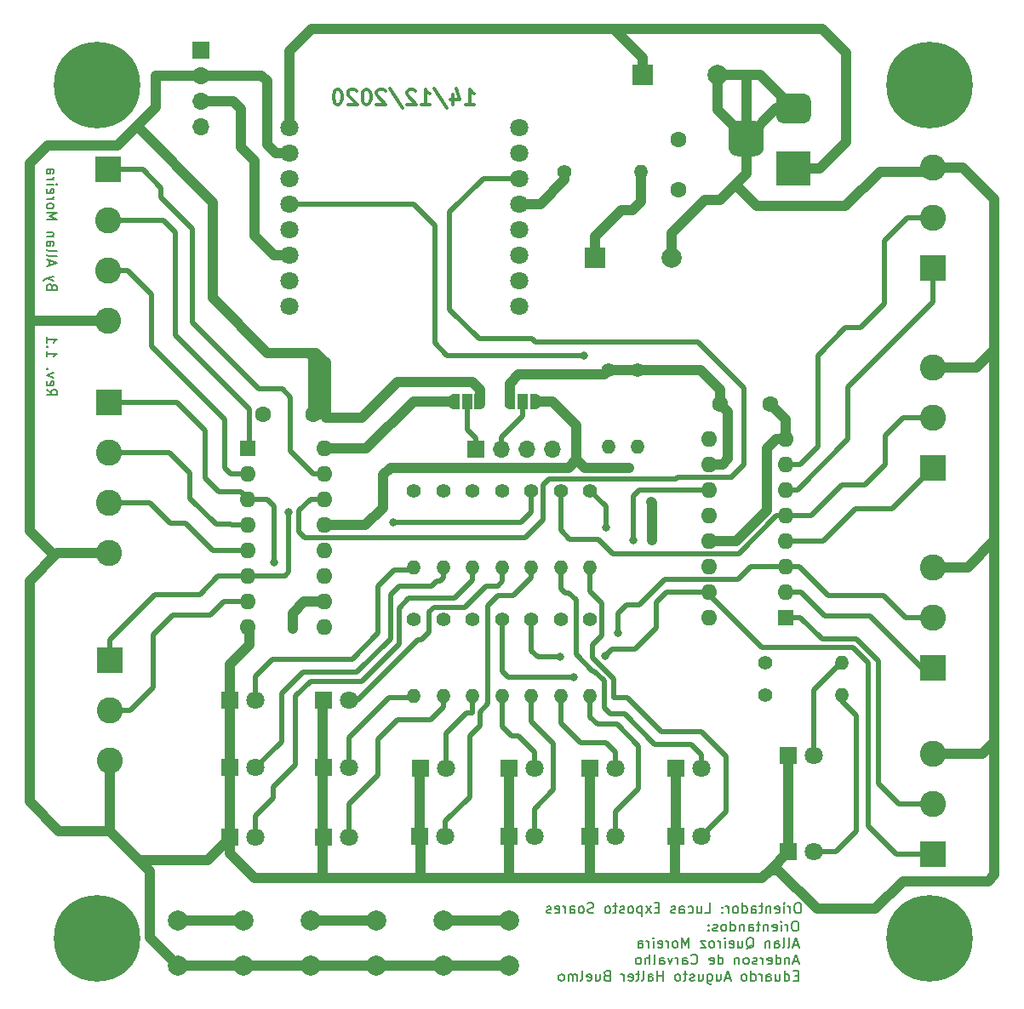
<source format=gbr>
%TF.GenerationSoftware,KiCad,Pcbnew,5.1.6-c6e7f7d~87~ubuntu19.10.1*%
%TF.CreationDate,2021-01-18T21:02:38-03:00*%
%TF.ProjectId,VLTUnivesp,564c5455-6e69-4766-9573-702e6b696361,rev?*%
%TF.SameCoordinates,Original*%
%TF.FileFunction,Copper,L2,Bot*%
%TF.FilePolarity,Positive*%
%FSLAX46Y46*%
G04 Gerber Fmt 4.6, Leading zero omitted, Abs format (unit mm)*
G04 Created by KiCad (PCBNEW 5.1.6-c6e7f7d~87~ubuntu19.10.1) date 2021-01-18 21:02:38*
%MOMM*%
%LPD*%
G01*
G04 APERTURE LIST*
%TA.AperFunction,NonConductor*%
%ADD10C,0.300000*%
%TD*%
%TA.AperFunction,NonConductor*%
%ADD11C,0.150000*%
%TD*%
%TA.AperFunction,ComponentPad*%
%ADD12O,1.400000X1.400000*%
%TD*%
%TA.AperFunction,ComponentPad*%
%ADD13C,1.400000*%
%TD*%
%TA.AperFunction,ComponentPad*%
%ADD14O,1.600000X1.600000*%
%TD*%
%TA.AperFunction,ComponentPad*%
%ADD15R,1.600000X1.600000*%
%TD*%
%TA.AperFunction,ComponentPad*%
%ADD16C,8.600000*%
%TD*%
%TA.AperFunction,ComponentPad*%
%ADD17C,0.900000*%
%TD*%
%TA.AperFunction,ComponentPad*%
%ADD18R,2.000000X2.000000*%
%TD*%
%TA.AperFunction,ComponentPad*%
%ADD19C,2.000000*%
%TD*%
%TA.AperFunction,ComponentPad*%
%ADD20R,1.700000X1.700000*%
%TD*%
%TA.AperFunction,ComponentPad*%
%ADD21O,1.700000X1.700000*%
%TD*%
%TA.AperFunction,SMDPad,CuDef*%
%ADD22C,0.100000*%
%TD*%
%TA.AperFunction,SMDPad,CuDef*%
%ADD23R,1.000000X1.500000*%
%TD*%
%TA.AperFunction,ComponentPad*%
%ADD24R,3.500000X3.500000*%
%TD*%
%TA.AperFunction,ComponentPad*%
%ADD25C,2.600000*%
%TD*%
%TA.AperFunction,ComponentPad*%
%ADD26R,2.600000X2.600000*%
%TD*%
%TA.AperFunction,ComponentPad*%
%ADD27C,1.800000*%
%TD*%
%TA.AperFunction,ComponentPad*%
%ADD28C,1.600000*%
%TD*%
%TA.AperFunction,ComponentPad*%
%ADD29R,1.800000X1.800000*%
%TD*%
%TA.AperFunction,ViaPad*%
%ADD30C,0.800000*%
%TD*%
%TA.AperFunction,Conductor*%
%ADD31C,1.000000*%
%TD*%
%TA.AperFunction,Conductor*%
%ADD32C,0.250000*%
%TD*%
%TA.AperFunction,Conductor*%
%ADD33C,0.500000*%
%TD*%
G04 APERTURE END LIST*
D10*
X88388057Y-61587771D02*
X89245200Y-61587771D01*
X88816628Y-61587771D02*
X88816628Y-60087771D01*
X88959485Y-60302057D01*
X89102342Y-60444914D01*
X89245200Y-60516342D01*
X87102342Y-60587771D02*
X87102342Y-61587771D01*
X87459485Y-60016342D02*
X87816628Y-61087771D01*
X86888057Y-61087771D01*
X85245200Y-60016342D02*
X86530914Y-61944914D01*
X83959485Y-61587771D02*
X84816628Y-61587771D01*
X84388057Y-61587771D02*
X84388057Y-60087771D01*
X84530914Y-60302057D01*
X84673771Y-60444914D01*
X84816628Y-60516342D01*
X83388057Y-60230628D02*
X83316628Y-60159200D01*
X83173771Y-60087771D01*
X82816628Y-60087771D01*
X82673771Y-60159200D01*
X82602342Y-60230628D01*
X82530914Y-60373485D01*
X82530914Y-60516342D01*
X82602342Y-60730628D01*
X83459485Y-61587771D01*
X82530914Y-61587771D01*
X80816628Y-60016342D02*
X82102342Y-61944914D01*
X80388057Y-60230628D02*
X80316628Y-60159200D01*
X80173771Y-60087771D01*
X79816628Y-60087771D01*
X79673771Y-60159200D01*
X79602342Y-60230628D01*
X79530914Y-60373485D01*
X79530914Y-60516342D01*
X79602342Y-60730628D01*
X80459485Y-61587771D01*
X79530914Y-61587771D01*
X78602342Y-60087771D02*
X78459485Y-60087771D01*
X78316628Y-60159200D01*
X78245200Y-60230628D01*
X78173771Y-60373485D01*
X78102342Y-60659200D01*
X78102342Y-61016342D01*
X78173771Y-61302057D01*
X78245200Y-61444914D01*
X78316628Y-61516342D01*
X78459485Y-61587771D01*
X78602342Y-61587771D01*
X78745200Y-61516342D01*
X78816628Y-61444914D01*
X78888057Y-61302057D01*
X78959485Y-61016342D01*
X78959485Y-60659200D01*
X78888057Y-60373485D01*
X78816628Y-60230628D01*
X78745200Y-60159200D01*
X78602342Y-60087771D01*
X77530914Y-60230628D02*
X77459485Y-60159200D01*
X77316628Y-60087771D01*
X76959485Y-60087771D01*
X76816628Y-60159200D01*
X76745200Y-60230628D01*
X76673771Y-60373485D01*
X76673771Y-60516342D01*
X76745200Y-60730628D01*
X77602342Y-61587771D01*
X76673771Y-61587771D01*
X75745200Y-60087771D02*
X75602342Y-60087771D01*
X75459485Y-60159200D01*
X75388057Y-60230628D01*
X75316628Y-60373485D01*
X75245200Y-60659200D01*
X75245200Y-61016342D01*
X75316628Y-61302057D01*
X75388057Y-61444914D01*
X75459485Y-61516342D01*
X75602342Y-61587771D01*
X75745200Y-61587771D01*
X75888057Y-61516342D01*
X75959485Y-61444914D01*
X76030914Y-61302057D01*
X76102342Y-61016342D01*
X76102342Y-60659200D01*
X76030914Y-60373485D01*
X75959485Y-60230628D01*
X75888057Y-60159200D01*
X75745200Y-60087771D01*
D11*
X46715419Y-89964923D02*
X47191609Y-90298257D01*
X46715419Y-90536352D02*
X47715419Y-90536352D01*
X47715419Y-90155400D01*
X47667800Y-90060161D01*
X47620180Y-90012542D01*
X47524942Y-89964923D01*
X47382085Y-89964923D01*
X47286847Y-90012542D01*
X47239228Y-90060161D01*
X47191609Y-90155400D01*
X47191609Y-90536352D01*
X46763038Y-89155400D02*
X46715419Y-89250638D01*
X46715419Y-89441114D01*
X46763038Y-89536352D01*
X46858276Y-89583971D01*
X47239228Y-89583971D01*
X47334466Y-89536352D01*
X47382085Y-89441114D01*
X47382085Y-89250638D01*
X47334466Y-89155400D01*
X47239228Y-89107780D01*
X47143990Y-89107780D01*
X47048752Y-89583971D01*
X47382085Y-88774447D02*
X46715419Y-88536352D01*
X47382085Y-88298257D01*
X46810657Y-87917304D02*
X46763038Y-87869685D01*
X46715419Y-87917304D01*
X46763038Y-87964923D01*
X46810657Y-87917304D01*
X46715419Y-87917304D01*
X46715419Y-86155400D02*
X46715419Y-86726828D01*
X46715419Y-86441114D02*
X47715419Y-86441114D01*
X47572561Y-86536352D01*
X47477323Y-86631590D01*
X47429704Y-86726828D01*
X46810657Y-85726828D02*
X46763038Y-85679209D01*
X46715419Y-85726828D01*
X46763038Y-85774447D01*
X46810657Y-85726828D01*
X46715419Y-85726828D01*
X46715419Y-84726828D02*
X46715419Y-85298257D01*
X46715419Y-85012542D02*
X47715419Y-85012542D01*
X47572561Y-85107780D01*
X47477323Y-85203019D01*
X47429704Y-85298257D01*
X47239228Y-79744176D02*
X47191609Y-79601319D01*
X47143990Y-79553700D01*
X47048752Y-79506080D01*
X46905895Y-79506080D01*
X46810657Y-79553700D01*
X46763038Y-79601319D01*
X46715419Y-79696557D01*
X46715419Y-80077509D01*
X47715419Y-80077509D01*
X47715419Y-79744176D01*
X47667800Y-79648938D01*
X47620180Y-79601319D01*
X47524942Y-79553700D01*
X47429704Y-79553700D01*
X47334466Y-79601319D01*
X47286847Y-79648938D01*
X47239228Y-79744176D01*
X47239228Y-80077509D01*
X47382085Y-79172747D02*
X46715419Y-78934652D01*
X47382085Y-78696557D02*
X46715419Y-78934652D01*
X46477323Y-79029890D01*
X46429704Y-79077509D01*
X46382085Y-79172747D01*
X47001133Y-77601319D02*
X47001133Y-77125128D01*
X46715419Y-77696557D02*
X47715419Y-77363223D01*
X46715419Y-77029890D01*
X46715419Y-76553700D02*
X46763038Y-76648938D01*
X46858276Y-76696557D01*
X47715419Y-76696557D01*
X46715419Y-76029890D02*
X46763038Y-76125128D01*
X46858276Y-76172747D01*
X47715419Y-76172747D01*
X46715419Y-75220366D02*
X47239228Y-75220366D01*
X47334466Y-75267985D01*
X47382085Y-75363223D01*
X47382085Y-75553700D01*
X47334466Y-75648938D01*
X46763038Y-75220366D02*
X46715419Y-75315604D01*
X46715419Y-75553700D01*
X46763038Y-75648938D01*
X46858276Y-75696557D01*
X46953514Y-75696557D01*
X47048752Y-75648938D01*
X47096371Y-75553700D01*
X47096371Y-75315604D01*
X47143990Y-75220366D01*
X47382085Y-74744176D02*
X46715419Y-74744176D01*
X47286847Y-74744176D02*
X47334466Y-74696557D01*
X47382085Y-74601319D01*
X47382085Y-74458461D01*
X47334466Y-74363223D01*
X47239228Y-74315604D01*
X46715419Y-74315604D01*
X46715419Y-73077509D02*
X47715419Y-73077509D01*
X47001133Y-72744176D01*
X47715419Y-72410842D01*
X46715419Y-72410842D01*
X46715419Y-71791795D02*
X46763038Y-71887033D01*
X46810657Y-71934652D01*
X46905895Y-71982271D01*
X47191609Y-71982271D01*
X47286847Y-71934652D01*
X47334466Y-71887033D01*
X47382085Y-71791795D01*
X47382085Y-71648938D01*
X47334466Y-71553700D01*
X47286847Y-71506080D01*
X47191609Y-71458461D01*
X46905895Y-71458461D01*
X46810657Y-71506080D01*
X46763038Y-71553700D01*
X46715419Y-71648938D01*
X46715419Y-71791795D01*
X46715419Y-71029890D02*
X47382085Y-71029890D01*
X47191609Y-71029890D02*
X47286847Y-70982271D01*
X47334466Y-70934652D01*
X47382085Y-70839414D01*
X47382085Y-70744176D01*
X46763038Y-70029890D02*
X46715419Y-70125128D01*
X46715419Y-70315604D01*
X46763038Y-70410842D01*
X46858276Y-70458461D01*
X47239228Y-70458461D01*
X47334466Y-70410842D01*
X47382085Y-70315604D01*
X47382085Y-70125128D01*
X47334466Y-70029890D01*
X47239228Y-69982271D01*
X47143990Y-69982271D01*
X47048752Y-70458461D01*
X46715419Y-69553700D02*
X47382085Y-69553700D01*
X47715419Y-69553700D02*
X47667800Y-69601319D01*
X47620180Y-69553700D01*
X47667800Y-69506080D01*
X47715419Y-69553700D01*
X47620180Y-69553700D01*
X46715419Y-69077509D02*
X47382085Y-69077509D01*
X47191609Y-69077509D02*
X47286847Y-69029890D01*
X47334466Y-68982271D01*
X47382085Y-68887033D01*
X47382085Y-68791795D01*
X46715419Y-68029890D02*
X47239228Y-68029890D01*
X47334466Y-68077509D01*
X47382085Y-68172747D01*
X47382085Y-68363223D01*
X47334466Y-68458461D01*
X46763038Y-68029890D02*
X46715419Y-68125128D01*
X46715419Y-68363223D01*
X46763038Y-68458461D01*
X46858276Y-68506080D01*
X46953514Y-68506080D01*
X47048752Y-68458461D01*
X47096371Y-68363223D01*
X47096371Y-68125128D01*
X47143990Y-68029890D01*
X121266928Y-142874980D02*
X121076452Y-142874980D01*
X120981214Y-142922600D01*
X120885976Y-143017838D01*
X120838357Y-143208314D01*
X120838357Y-143541647D01*
X120885976Y-143732123D01*
X120981214Y-143827361D01*
X121076452Y-143874980D01*
X121266928Y-143874980D01*
X121362166Y-143827361D01*
X121457404Y-143732123D01*
X121505023Y-143541647D01*
X121505023Y-143208314D01*
X121457404Y-143017838D01*
X121362166Y-142922600D01*
X121266928Y-142874980D01*
X120409785Y-143874980D02*
X120409785Y-143208314D01*
X120409785Y-143398790D02*
X120362166Y-143303552D01*
X120314547Y-143255933D01*
X120219309Y-143208314D01*
X120124071Y-143208314D01*
X119790738Y-143874980D02*
X119790738Y-143208314D01*
X119790738Y-142874980D02*
X119838357Y-142922600D01*
X119790738Y-142970219D01*
X119743119Y-142922600D01*
X119790738Y-142874980D01*
X119790738Y-142970219D01*
X118933595Y-143827361D02*
X119028833Y-143874980D01*
X119219309Y-143874980D01*
X119314547Y-143827361D01*
X119362166Y-143732123D01*
X119362166Y-143351171D01*
X119314547Y-143255933D01*
X119219309Y-143208314D01*
X119028833Y-143208314D01*
X118933595Y-143255933D01*
X118885976Y-143351171D01*
X118885976Y-143446409D01*
X119362166Y-143541647D01*
X118457404Y-143208314D02*
X118457404Y-143874980D01*
X118457404Y-143303552D02*
X118409785Y-143255933D01*
X118314547Y-143208314D01*
X118171690Y-143208314D01*
X118076452Y-143255933D01*
X118028833Y-143351171D01*
X118028833Y-143874980D01*
X117695500Y-143208314D02*
X117314547Y-143208314D01*
X117552642Y-142874980D02*
X117552642Y-143732123D01*
X117505023Y-143827361D01*
X117409785Y-143874980D01*
X117314547Y-143874980D01*
X116552642Y-143874980D02*
X116552642Y-143351171D01*
X116600261Y-143255933D01*
X116695500Y-143208314D01*
X116885976Y-143208314D01*
X116981214Y-143255933D01*
X116552642Y-143827361D02*
X116647880Y-143874980D01*
X116885976Y-143874980D01*
X116981214Y-143827361D01*
X117028833Y-143732123D01*
X117028833Y-143636885D01*
X116981214Y-143541647D01*
X116885976Y-143494028D01*
X116647880Y-143494028D01*
X116552642Y-143446409D01*
X116076452Y-143208314D02*
X116076452Y-143874980D01*
X116076452Y-143303552D02*
X116028833Y-143255933D01*
X115933595Y-143208314D01*
X115790738Y-143208314D01*
X115695500Y-143255933D01*
X115647880Y-143351171D01*
X115647880Y-143874980D01*
X114743119Y-143874980D02*
X114743119Y-142874980D01*
X114743119Y-143827361D02*
X114838357Y-143874980D01*
X115028833Y-143874980D01*
X115124071Y-143827361D01*
X115171690Y-143779742D01*
X115219309Y-143684504D01*
X115219309Y-143398790D01*
X115171690Y-143303552D01*
X115124071Y-143255933D01*
X115028833Y-143208314D01*
X114838357Y-143208314D01*
X114743119Y-143255933D01*
X114124071Y-143874980D02*
X114219309Y-143827361D01*
X114266928Y-143779742D01*
X114314547Y-143684504D01*
X114314547Y-143398790D01*
X114266928Y-143303552D01*
X114219309Y-143255933D01*
X114124071Y-143208314D01*
X113981214Y-143208314D01*
X113885976Y-143255933D01*
X113838357Y-143303552D01*
X113790738Y-143398790D01*
X113790738Y-143684504D01*
X113838357Y-143779742D01*
X113885976Y-143827361D01*
X113981214Y-143874980D01*
X114124071Y-143874980D01*
X113409785Y-143827361D02*
X113314547Y-143874980D01*
X113124071Y-143874980D01*
X113028833Y-143827361D01*
X112981214Y-143732123D01*
X112981214Y-143684504D01*
X113028833Y-143589266D01*
X113124071Y-143541647D01*
X113266928Y-143541647D01*
X113362166Y-143494028D01*
X113409785Y-143398790D01*
X113409785Y-143351171D01*
X113362166Y-143255933D01*
X113266928Y-143208314D01*
X113124071Y-143208314D01*
X113028833Y-143255933D01*
X112552642Y-143779742D02*
X112505023Y-143827361D01*
X112552642Y-143874980D01*
X112600261Y-143827361D01*
X112552642Y-143779742D01*
X112552642Y-143874980D01*
X112552642Y-143255933D02*
X112505023Y-143303552D01*
X112552642Y-143351171D01*
X112600261Y-143303552D01*
X112552642Y-143255933D01*
X112552642Y-143351171D01*
X121505023Y-145239266D02*
X121028833Y-145239266D01*
X121600261Y-145524980D02*
X121266928Y-144524980D01*
X120933595Y-145524980D01*
X120457404Y-145524980D02*
X120552642Y-145477361D01*
X120600261Y-145382123D01*
X120600261Y-144524980D01*
X119933595Y-145524980D02*
X120028833Y-145477361D01*
X120076452Y-145382123D01*
X120076452Y-144524980D01*
X119124071Y-145524980D02*
X119124071Y-145001171D01*
X119171690Y-144905933D01*
X119266928Y-144858314D01*
X119457404Y-144858314D01*
X119552642Y-144905933D01*
X119124071Y-145477361D02*
X119219309Y-145524980D01*
X119457404Y-145524980D01*
X119552642Y-145477361D01*
X119600261Y-145382123D01*
X119600261Y-145286885D01*
X119552642Y-145191647D01*
X119457404Y-145144028D01*
X119219309Y-145144028D01*
X119124071Y-145096409D01*
X118647880Y-144858314D02*
X118647880Y-145524980D01*
X118647880Y-144953552D02*
X118600261Y-144905933D01*
X118505023Y-144858314D01*
X118362166Y-144858314D01*
X118266928Y-144905933D01*
X118219309Y-145001171D01*
X118219309Y-145524980D01*
X116314547Y-145620219D02*
X116409785Y-145572600D01*
X116505023Y-145477361D01*
X116647880Y-145334504D01*
X116743119Y-145286885D01*
X116838357Y-145286885D01*
X116790738Y-145524980D02*
X116885976Y-145477361D01*
X116981214Y-145382123D01*
X117028833Y-145191647D01*
X117028833Y-144858314D01*
X116981214Y-144667838D01*
X116885976Y-144572600D01*
X116790738Y-144524980D01*
X116600261Y-144524980D01*
X116505023Y-144572600D01*
X116409785Y-144667838D01*
X116362166Y-144858314D01*
X116362166Y-145191647D01*
X116409785Y-145382123D01*
X116505023Y-145477361D01*
X116600261Y-145524980D01*
X116790738Y-145524980D01*
X115505023Y-144858314D02*
X115505023Y-145524980D01*
X115933595Y-144858314D02*
X115933595Y-145382123D01*
X115885976Y-145477361D01*
X115790738Y-145524980D01*
X115647880Y-145524980D01*
X115552642Y-145477361D01*
X115505023Y-145429742D01*
X114647880Y-145477361D02*
X114743119Y-145524980D01*
X114933595Y-145524980D01*
X115028833Y-145477361D01*
X115076452Y-145382123D01*
X115076452Y-145001171D01*
X115028833Y-144905933D01*
X114933595Y-144858314D01*
X114743119Y-144858314D01*
X114647880Y-144905933D01*
X114600261Y-145001171D01*
X114600261Y-145096409D01*
X115076452Y-145191647D01*
X114171690Y-145524980D02*
X114171690Y-144858314D01*
X114171690Y-144524980D02*
X114219309Y-144572600D01*
X114171690Y-144620219D01*
X114124071Y-144572600D01*
X114171690Y-144524980D01*
X114171690Y-144620219D01*
X113695500Y-145524980D02*
X113695500Y-144858314D01*
X113695500Y-145048790D02*
X113647880Y-144953552D01*
X113600261Y-144905933D01*
X113505023Y-144858314D01*
X113409785Y-144858314D01*
X112933595Y-145524980D02*
X113028833Y-145477361D01*
X113076452Y-145429742D01*
X113124071Y-145334504D01*
X113124071Y-145048790D01*
X113076452Y-144953552D01*
X113028833Y-144905933D01*
X112933595Y-144858314D01*
X112790738Y-144858314D01*
X112695500Y-144905933D01*
X112647880Y-144953552D01*
X112600261Y-145048790D01*
X112600261Y-145334504D01*
X112647880Y-145429742D01*
X112695500Y-145477361D01*
X112790738Y-145524980D01*
X112933595Y-145524980D01*
X112266928Y-144858314D02*
X111743119Y-144858314D01*
X112266928Y-145524980D01*
X111743119Y-145524980D01*
X110600261Y-145524980D02*
X110600261Y-144524980D01*
X110266928Y-145239266D01*
X109933595Y-144524980D01*
X109933595Y-145524980D01*
X109314547Y-145524980D02*
X109409785Y-145477361D01*
X109457404Y-145429742D01*
X109505023Y-145334504D01*
X109505023Y-145048790D01*
X109457404Y-144953552D01*
X109409785Y-144905933D01*
X109314547Y-144858314D01*
X109171690Y-144858314D01*
X109076452Y-144905933D01*
X109028833Y-144953552D01*
X108981214Y-145048790D01*
X108981214Y-145334504D01*
X109028833Y-145429742D01*
X109076452Y-145477361D01*
X109171690Y-145524980D01*
X109314547Y-145524980D01*
X108552642Y-145524980D02*
X108552642Y-144858314D01*
X108552642Y-145048790D02*
X108505023Y-144953552D01*
X108457404Y-144905933D01*
X108362166Y-144858314D01*
X108266928Y-144858314D01*
X107552642Y-145477361D02*
X107647880Y-145524980D01*
X107838357Y-145524980D01*
X107933595Y-145477361D01*
X107981214Y-145382123D01*
X107981214Y-145001171D01*
X107933595Y-144905933D01*
X107838357Y-144858314D01*
X107647880Y-144858314D01*
X107552642Y-144905933D01*
X107505023Y-145001171D01*
X107505023Y-145096409D01*
X107981214Y-145191647D01*
X107076452Y-145524980D02*
X107076452Y-144858314D01*
X107076452Y-144524980D02*
X107124071Y-144572600D01*
X107076452Y-144620219D01*
X107028833Y-144572600D01*
X107076452Y-144524980D01*
X107076452Y-144620219D01*
X106600261Y-145524980D02*
X106600261Y-144858314D01*
X106600261Y-145048790D02*
X106552642Y-144953552D01*
X106505023Y-144905933D01*
X106409785Y-144858314D01*
X106314547Y-144858314D01*
X105552642Y-145524980D02*
X105552642Y-145001171D01*
X105600261Y-144905933D01*
X105695500Y-144858314D01*
X105885976Y-144858314D01*
X105981214Y-144905933D01*
X105552642Y-145477361D02*
X105647880Y-145524980D01*
X105885976Y-145524980D01*
X105981214Y-145477361D01*
X106028833Y-145382123D01*
X106028833Y-145286885D01*
X105981214Y-145191647D01*
X105885976Y-145144028D01*
X105647880Y-145144028D01*
X105552642Y-145096409D01*
X121505023Y-146889266D02*
X121028833Y-146889266D01*
X121600261Y-147174980D02*
X121266928Y-146174980D01*
X120933595Y-147174980D01*
X120600261Y-146508314D02*
X120600261Y-147174980D01*
X120600261Y-146603552D02*
X120552642Y-146555933D01*
X120457404Y-146508314D01*
X120314547Y-146508314D01*
X120219309Y-146555933D01*
X120171690Y-146651171D01*
X120171690Y-147174980D01*
X119266928Y-147174980D02*
X119266928Y-146174980D01*
X119266928Y-147127361D02*
X119362166Y-147174980D01*
X119552642Y-147174980D01*
X119647880Y-147127361D01*
X119695500Y-147079742D01*
X119743119Y-146984504D01*
X119743119Y-146698790D01*
X119695500Y-146603552D01*
X119647880Y-146555933D01*
X119552642Y-146508314D01*
X119362166Y-146508314D01*
X119266928Y-146555933D01*
X118409785Y-147127361D02*
X118505023Y-147174980D01*
X118695500Y-147174980D01*
X118790738Y-147127361D01*
X118838357Y-147032123D01*
X118838357Y-146651171D01*
X118790738Y-146555933D01*
X118695500Y-146508314D01*
X118505023Y-146508314D01*
X118409785Y-146555933D01*
X118362166Y-146651171D01*
X118362166Y-146746409D01*
X118838357Y-146841647D01*
X117933595Y-147174980D02*
X117933595Y-146508314D01*
X117933595Y-146698790D02*
X117885976Y-146603552D01*
X117838357Y-146555933D01*
X117743119Y-146508314D01*
X117647880Y-146508314D01*
X117362166Y-147127361D02*
X117266928Y-147174980D01*
X117076452Y-147174980D01*
X116981214Y-147127361D01*
X116933595Y-147032123D01*
X116933595Y-146984504D01*
X116981214Y-146889266D01*
X117076452Y-146841647D01*
X117219309Y-146841647D01*
X117314547Y-146794028D01*
X117362166Y-146698790D01*
X117362166Y-146651171D01*
X117314547Y-146555933D01*
X117219309Y-146508314D01*
X117076452Y-146508314D01*
X116981214Y-146555933D01*
X116362166Y-147174980D02*
X116457404Y-147127361D01*
X116505023Y-147079742D01*
X116552642Y-146984504D01*
X116552642Y-146698790D01*
X116505023Y-146603552D01*
X116457404Y-146555933D01*
X116362166Y-146508314D01*
X116219309Y-146508314D01*
X116124071Y-146555933D01*
X116076452Y-146603552D01*
X116028833Y-146698790D01*
X116028833Y-146984504D01*
X116076452Y-147079742D01*
X116124071Y-147127361D01*
X116219309Y-147174980D01*
X116362166Y-147174980D01*
X115600261Y-146508314D02*
X115600261Y-147174980D01*
X115600261Y-146603552D02*
X115552642Y-146555933D01*
X115457404Y-146508314D01*
X115314547Y-146508314D01*
X115219309Y-146555933D01*
X115171690Y-146651171D01*
X115171690Y-147174980D01*
X113505023Y-147174980D02*
X113505023Y-146174980D01*
X113505023Y-147127361D02*
X113600261Y-147174980D01*
X113790738Y-147174980D01*
X113885976Y-147127361D01*
X113933595Y-147079742D01*
X113981214Y-146984504D01*
X113981214Y-146698790D01*
X113933595Y-146603552D01*
X113885976Y-146555933D01*
X113790738Y-146508314D01*
X113600261Y-146508314D01*
X113505023Y-146555933D01*
X112647880Y-147127361D02*
X112743119Y-147174980D01*
X112933595Y-147174980D01*
X113028833Y-147127361D01*
X113076452Y-147032123D01*
X113076452Y-146651171D01*
X113028833Y-146555933D01*
X112933595Y-146508314D01*
X112743119Y-146508314D01*
X112647880Y-146555933D01*
X112600261Y-146651171D01*
X112600261Y-146746409D01*
X113076452Y-146841647D01*
X110838357Y-147079742D02*
X110885976Y-147127361D01*
X111028833Y-147174980D01*
X111124071Y-147174980D01*
X111266928Y-147127361D01*
X111362166Y-147032123D01*
X111409785Y-146936885D01*
X111457404Y-146746409D01*
X111457404Y-146603552D01*
X111409785Y-146413076D01*
X111362166Y-146317838D01*
X111266928Y-146222600D01*
X111124071Y-146174980D01*
X111028833Y-146174980D01*
X110885976Y-146222600D01*
X110838357Y-146270219D01*
X109981214Y-147174980D02*
X109981214Y-146651171D01*
X110028833Y-146555933D01*
X110124071Y-146508314D01*
X110314547Y-146508314D01*
X110409785Y-146555933D01*
X109981214Y-147127361D02*
X110076452Y-147174980D01*
X110314547Y-147174980D01*
X110409785Y-147127361D01*
X110457404Y-147032123D01*
X110457404Y-146936885D01*
X110409785Y-146841647D01*
X110314547Y-146794028D01*
X110076452Y-146794028D01*
X109981214Y-146746409D01*
X109505023Y-147174980D02*
X109505023Y-146508314D01*
X109505023Y-146698790D02*
X109457404Y-146603552D01*
X109409785Y-146555933D01*
X109314547Y-146508314D01*
X109219309Y-146508314D01*
X108981214Y-146508314D02*
X108743119Y-147174980D01*
X108505023Y-146508314D01*
X107695500Y-147174980D02*
X107695500Y-146651171D01*
X107743119Y-146555933D01*
X107838357Y-146508314D01*
X108028833Y-146508314D01*
X108124071Y-146555933D01*
X107695500Y-147127361D02*
X107790738Y-147174980D01*
X108028833Y-147174980D01*
X108124071Y-147127361D01*
X108171690Y-147032123D01*
X108171690Y-146936885D01*
X108124071Y-146841647D01*
X108028833Y-146794028D01*
X107790738Y-146794028D01*
X107695500Y-146746409D01*
X107076452Y-147174980D02*
X107171690Y-147127361D01*
X107219309Y-147032123D01*
X107219309Y-146174980D01*
X106695500Y-147174980D02*
X106695500Y-146174980D01*
X106266928Y-147174980D02*
X106266928Y-146651171D01*
X106314547Y-146555933D01*
X106409785Y-146508314D01*
X106552642Y-146508314D01*
X106647880Y-146555933D01*
X106695500Y-146603552D01*
X105647880Y-147174980D02*
X105743119Y-147127361D01*
X105790738Y-147079742D01*
X105838357Y-146984504D01*
X105838357Y-146698790D01*
X105790738Y-146603552D01*
X105743119Y-146555933D01*
X105647880Y-146508314D01*
X105505023Y-146508314D01*
X105409785Y-146555933D01*
X105362166Y-146603552D01*
X105314547Y-146698790D01*
X105314547Y-146984504D01*
X105362166Y-147079742D01*
X105409785Y-147127361D01*
X105505023Y-147174980D01*
X105647880Y-147174980D01*
X121457404Y-148301171D02*
X121124071Y-148301171D01*
X120981214Y-148824980D02*
X121457404Y-148824980D01*
X121457404Y-147824980D01*
X120981214Y-147824980D01*
X120124071Y-148824980D02*
X120124071Y-147824980D01*
X120124071Y-148777361D02*
X120219309Y-148824980D01*
X120409785Y-148824980D01*
X120505023Y-148777361D01*
X120552642Y-148729742D01*
X120600261Y-148634504D01*
X120600261Y-148348790D01*
X120552642Y-148253552D01*
X120505023Y-148205933D01*
X120409785Y-148158314D01*
X120219309Y-148158314D01*
X120124071Y-148205933D01*
X119219309Y-148158314D02*
X119219309Y-148824980D01*
X119647880Y-148158314D02*
X119647880Y-148682123D01*
X119600261Y-148777361D01*
X119505023Y-148824980D01*
X119362166Y-148824980D01*
X119266928Y-148777361D01*
X119219309Y-148729742D01*
X118314547Y-148824980D02*
X118314547Y-148301171D01*
X118362166Y-148205933D01*
X118457404Y-148158314D01*
X118647880Y-148158314D01*
X118743119Y-148205933D01*
X118314547Y-148777361D02*
X118409785Y-148824980D01*
X118647880Y-148824980D01*
X118743119Y-148777361D01*
X118790738Y-148682123D01*
X118790738Y-148586885D01*
X118743119Y-148491647D01*
X118647880Y-148444028D01*
X118409785Y-148444028D01*
X118314547Y-148396409D01*
X117838357Y-148824980D02*
X117838357Y-148158314D01*
X117838357Y-148348790D02*
X117790738Y-148253552D01*
X117743119Y-148205933D01*
X117647880Y-148158314D01*
X117552642Y-148158314D01*
X116790738Y-148824980D02*
X116790738Y-147824980D01*
X116790738Y-148777361D02*
X116885976Y-148824980D01*
X117076452Y-148824980D01*
X117171690Y-148777361D01*
X117219309Y-148729742D01*
X117266928Y-148634504D01*
X117266928Y-148348790D01*
X117219309Y-148253552D01*
X117171690Y-148205933D01*
X117076452Y-148158314D01*
X116885976Y-148158314D01*
X116790738Y-148205933D01*
X116171690Y-148824980D02*
X116266928Y-148777361D01*
X116314547Y-148729742D01*
X116362166Y-148634504D01*
X116362166Y-148348790D01*
X116314547Y-148253552D01*
X116266928Y-148205933D01*
X116171690Y-148158314D01*
X116028833Y-148158314D01*
X115933595Y-148205933D01*
X115885976Y-148253552D01*
X115838357Y-148348790D01*
X115838357Y-148634504D01*
X115885976Y-148729742D01*
X115933595Y-148777361D01*
X116028833Y-148824980D01*
X116171690Y-148824980D01*
X114695500Y-148539266D02*
X114219309Y-148539266D01*
X114790738Y-148824980D02*
X114457404Y-147824980D01*
X114124071Y-148824980D01*
X113362166Y-148158314D02*
X113362166Y-148824980D01*
X113790738Y-148158314D02*
X113790738Y-148682123D01*
X113743119Y-148777361D01*
X113647880Y-148824980D01*
X113505023Y-148824980D01*
X113409785Y-148777361D01*
X113362166Y-148729742D01*
X112457404Y-148158314D02*
X112457404Y-148967838D01*
X112505023Y-149063076D01*
X112552642Y-149110695D01*
X112647880Y-149158314D01*
X112790738Y-149158314D01*
X112885976Y-149110695D01*
X112457404Y-148777361D02*
X112552642Y-148824980D01*
X112743119Y-148824980D01*
X112838357Y-148777361D01*
X112885976Y-148729742D01*
X112933595Y-148634504D01*
X112933595Y-148348790D01*
X112885976Y-148253552D01*
X112838357Y-148205933D01*
X112743119Y-148158314D01*
X112552642Y-148158314D01*
X112457404Y-148205933D01*
X111552642Y-148158314D02*
X111552642Y-148824980D01*
X111981214Y-148158314D02*
X111981214Y-148682123D01*
X111933595Y-148777361D01*
X111838357Y-148824980D01*
X111695500Y-148824980D01*
X111600261Y-148777361D01*
X111552642Y-148729742D01*
X111124071Y-148777361D02*
X111028833Y-148824980D01*
X110838357Y-148824980D01*
X110743119Y-148777361D01*
X110695500Y-148682123D01*
X110695500Y-148634504D01*
X110743119Y-148539266D01*
X110838357Y-148491647D01*
X110981214Y-148491647D01*
X111076452Y-148444028D01*
X111124071Y-148348790D01*
X111124071Y-148301171D01*
X111076452Y-148205933D01*
X110981214Y-148158314D01*
X110838357Y-148158314D01*
X110743119Y-148205933D01*
X110409785Y-148158314D02*
X110028833Y-148158314D01*
X110266928Y-147824980D02*
X110266928Y-148682123D01*
X110219309Y-148777361D01*
X110124071Y-148824980D01*
X110028833Y-148824980D01*
X109552642Y-148824980D02*
X109647880Y-148777361D01*
X109695500Y-148729742D01*
X109743119Y-148634504D01*
X109743119Y-148348790D01*
X109695500Y-148253552D01*
X109647880Y-148205933D01*
X109552642Y-148158314D01*
X109409785Y-148158314D01*
X109314547Y-148205933D01*
X109266928Y-148253552D01*
X109219309Y-148348790D01*
X109219309Y-148634504D01*
X109266928Y-148729742D01*
X109314547Y-148777361D01*
X109409785Y-148824980D01*
X109552642Y-148824980D01*
X108028833Y-148824980D02*
X108028833Y-147824980D01*
X108028833Y-148301171D02*
X107457404Y-148301171D01*
X107457404Y-148824980D02*
X107457404Y-147824980D01*
X106552642Y-148824980D02*
X106552642Y-148301171D01*
X106600261Y-148205933D01*
X106695500Y-148158314D01*
X106885976Y-148158314D01*
X106981214Y-148205933D01*
X106552642Y-148777361D02*
X106647880Y-148824980D01*
X106885976Y-148824980D01*
X106981214Y-148777361D01*
X107028833Y-148682123D01*
X107028833Y-148586885D01*
X106981214Y-148491647D01*
X106885976Y-148444028D01*
X106647880Y-148444028D01*
X106552642Y-148396409D01*
X105933595Y-148824980D02*
X106028833Y-148777361D01*
X106076452Y-148682123D01*
X106076452Y-147824980D01*
X105695500Y-148158314D02*
X105314547Y-148158314D01*
X105552642Y-147824980D02*
X105552642Y-148682123D01*
X105505023Y-148777361D01*
X105409785Y-148824980D01*
X105314547Y-148824980D01*
X104600261Y-148777361D02*
X104695500Y-148824980D01*
X104885976Y-148824980D01*
X104981214Y-148777361D01*
X105028833Y-148682123D01*
X105028833Y-148301171D01*
X104981214Y-148205933D01*
X104885976Y-148158314D01*
X104695500Y-148158314D01*
X104600261Y-148205933D01*
X104552642Y-148301171D01*
X104552642Y-148396409D01*
X105028833Y-148491647D01*
X104124071Y-148824980D02*
X104124071Y-148158314D01*
X104124071Y-148348790D02*
X104076452Y-148253552D01*
X104028833Y-148205933D01*
X103933595Y-148158314D01*
X103838357Y-148158314D01*
X102409785Y-148301171D02*
X102266928Y-148348790D01*
X102219309Y-148396409D01*
X102171690Y-148491647D01*
X102171690Y-148634504D01*
X102219309Y-148729742D01*
X102266928Y-148777361D01*
X102362166Y-148824980D01*
X102743119Y-148824980D01*
X102743119Y-147824980D01*
X102409785Y-147824980D01*
X102314547Y-147872600D01*
X102266928Y-147920219D01*
X102219309Y-148015457D01*
X102219309Y-148110695D01*
X102266928Y-148205933D01*
X102314547Y-148253552D01*
X102409785Y-148301171D01*
X102743119Y-148301171D01*
X101314547Y-148158314D02*
X101314547Y-148824980D01*
X101743119Y-148158314D02*
X101743119Y-148682123D01*
X101695500Y-148777361D01*
X101600261Y-148824980D01*
X101457404Y-148824980D01*
X101362166Y-148777361D01*
X101314547Y-148729742D01*
X100457404Y-148777361D02*
X100552642Y-148824980D01*
X100743119Y-148824980D01*
X100838357Y-148777361D01*
X100885976Y-148682123D01*
X100885976Y-148301171D01*
X100838357Y-148205933D01*
X100743119Y-148158314D01*
X100552642Y-148158314D01*
X100457404Y-148205933D01*
X100409785Y-148301171D01*
X100409785Y-148396409D01*
X100885976Y-148491647D01*
X99838357Y-148824980D02*
X99933595Y-148777361D01*
X99981214Y-148682123D01*
X99981214Y-147824980D01*
X99457404Y-148824980D02*
X99457404Y-148158314D01*
X99457404Y-148253552D02*
X99409785Y-148205933D01*
X99314547Y-148158314D01*
X99171690Y-148158314D01*
X99076452Y-148205933D01*
X99028833Y-148301171D01*
X99028833Y-148824980D01*
X99028833Y-148301171D02*
X98981214Y-148205933D01*
X98885976Y-148158314D01*
X98743119Y-148158314D01*
X98647880Y-148205933D01*
X98600261Y-148301171D01*
X98600261Y-148824980D01*
X97981214Y-148824980D02*
X98076452Y-148777361D01*
X98124071Y-148729742D01*
X98171690Y-148634504D01*
X98171690Y-148348790D01*
X98124071Y-148253552D01*
X98076452Y-148205933D01*
X97981214Y-148158314D01*
X97838357Y-148158314D01*
X97743119Y-148205933D01*
X97695500Y-148253552D01*
X97647880Y-148348790D01*
X97647880Y-148634504D01*
X97695500Y-148729742D01*
X97743119Y-148777361D01*
X97838357Y-148824980D01*
X97981214Y-148824980D01*
X121534223Y-141082780D02*
X121343747Y-141082780D01*
X121248509Y-141130400D01*
X121153271Y-141225638D01*
X121105652Y-141416114D01*
X121105652Y-141749447D01*
X121153271Y-141939923D01*
X121248509Y-142035161D01*
X121343747Y-142082780D01*
X121534223Y-142082780D01*
X121629461Y-142035161D01*
X121724700Y-141939923D01*
X121772319Y-141749447D01*
X121772319Y-141416114D01*
X121724700Y-141225638D01*
X121629461Y-141130400D01*
X121534223Y-141082780D01*
X120677080Y-142082780D02*
X120677080Y-141416114D01*
X120677080Y-141606590D02*
X120629461Y-141511352D01*
X120581842Y-141463733D01*
X120486604Y-141416114D01*
X120391366Y-141416114D01*
X120058033Y-142082780D02*
X120058033Y-141416114D01*
X120058033Y-141082780D02*
X120105652Y-141130400D01*
X120058033Y-141178019D01*
X120010414Y-141130400D01*
X120058033Y-141082780D01*
X120058033Y-141178019D01*
X119200890Y-142035161D02*
X119296128Y-142082780D01*
X119486604Y-142082780D01*
X119581842Y-142035161D01*
X119629461Y-141939923D01*
X119629461Y-141558971D01*
X119581842Y-141463733D01*
X119486604Y-141416114D01*
X119296128Y-141416114D01*
X119200890Y-141463733D01*
X119153271Y-141558971D01*
X119153271Y-141654209D01*
X119629461Y-141749447D01*
X118724700Y-141416114D02*
X118724700Y-142082780D01*
X118724700Y-141511352D02*
X118677080Y-141463733D01*
X118581842Y-141416114D01*
X118438985Y-141416114D01*
X118343747Y-141463733D01*
X118296128Y-141558971D01*
X118296128Y-142082780D01*
X117962795Y-141416114D02*
X117581842Y-141416114D01*
X117819938Y-141082780D02*
X117819938Y-141939923D01*
X117772319Y-142035161D01*
X117677080Y-142082780D01*
X117581842Y-142082780D01*
X116819938Y-142082780D02*
X116819938Y-141558971D01*
X116867557Y-141463733D01*
X116962795Y-141416114D01*
X117153271Y-141416114D01*
X117248509Y-141463733D01*
X116819938Y-142035161D02*
X116915176Y-142082780D01*
X117153271Y-142082780D01*
X117248509Y-142035161D01*
X117296128Y-141939923D01*
X117296128Y-141844685D01*
X117248509Y-141749447D01*
X117153271Y-141701828D01*
X116915176Y-141701828D01*
X116819938Y-141654209D01*
X115915176Y-142082780D02*
X115915176Y-141082780D01*
X115915176Y-142035161D02*
X116010414Y-142082780D01*
X116200890Y-142082780D01*
X116296128Y-142035161D01*
X116343747Y-141987542D01*
X116391366Y-141892304D01*
X116391366Y-141606590D01*
X116343747Y-141511352D01*
X116296128Y-141463733D01*
X116200890Y-141416114D01*
X116010414Y-141416114D01*
X115915176Y-141463733D01*
X115296128Y-142082780D02*
X115391366Y-142035161D01*
X115438985Y-141987542D01*
X115486604Y-141892304D01*
X115486604Y-141606590D01*
X115438985Y-141511352D01*
X115391366Y-141463733D01*
X115296128Y-141416114D01*
X115153271Y-141416114D01*
X115058033Y-141463733D01*
X115010414Y-141511352D01*
X114962795Y-141606590D01*
X114962795Y-141892304D01*
X115010414Y-141987542D01*
X115058033Y-142035161D01*
X115153271Y-142082780D01*
X115296128Y-142082780D01*
X114534223Y-142082780D02*
X114534223Y-141416114D01*
X114534223Y-141606590D02*
X114486604Y-141511352D01*
X114438985Y-141463733D01*
X114343747Y-141416114D01*
X114248509Y-141416114D01*
X113915176Y-141987542D02*
X113867557Y-142035161D01*
X113915176Y-142082780D01*
X113962795Y-142035161D01*
X113915176Y-141987542D01*
X113915176Y-142082780D01*
X113915176Y-141463733D02*
X113867557Y-141511352D01*
X113915176Y-141558971D01*
X113962795Y-141511352D01*
X113915176Y-141463733D01*
X113915176Y-141558971D01*
X112200890Y-142082780D02*
X112677080Y-142082780D01*
X112677080Y-141082780D01*
X111438985Y-141416114D02*
X111438985Y-142082780D01*
X111867557Y-141416114D02*
X111867557Y-141939923D01*
X111819938Y-142035161D01*
X111724700Y-142082780D01*
X111581842Y-142082780D01*
X111486604Y-142035161D01*
X111438985Y-141987542D01*
X110534223Y-142035161D02*
X110629461Y-142082780D01*
X110819938Y-142082780D01*
X110915176Y-142035161D01*
X110962795Y-141987542D01*
X111010414Y-141892304D01*
X111010414Y-141606590D01*
X110962795Y-141511352D01*
X110915176Y-141463733D01*
X110819938Y-141416114D01*
X110629461Y-141416114D01*
X110534223Y-141463733D01*
X109677080Y-142082780D02*
X109677080Y-141558971D01*
X109724700Y-141463733D01*
X109819938Y-141416114D01*
X110010414Y-141416114D01*
X110105652Y-141463733D01*
X109677080Y-142035161D02*
X109772319Y-142082780D01*
X110010414Y-142082780D01*
X110105652Y-142035161D01*
X110153271Y-141939923D01*
X110153271Y-141844685D01*
X110105652Y-141749447D01*
X110010414Y-141701828D01*
X109772319Y-141701828D01*
X109677080Y-141654209D01*
X109248509Y-142035161D02*
X109153271Y-142082780D01*
X108962795Y-142082780D01*
X108867557Y-142035161D01*
X108819938Y-141939923D01*
X108819938Y-141892304D01*
X108867557Y-141797066D01*
X108962795Y-141749447D01*
X109105652Y-141749447D01*
X109200890Y-141701828D01*
X109248509Y-141606590D01*
X109248509Y-141558971D01*
X109200890Y-141463733D01*
X109105652Y-141416114D01*
X108962795Y-141416114D01*
X108867557Y-141463733D01*
X107629461Y-141558971D02*
X107296128Y-141558971D01*
X107153271Y-142082780D02*
X107629461Y-142082780D01*
X107629461Y-141082780D01*
X107153271Y-141082780D01*
X106819938Y-142082780D02*
X106296128Y-141416114D01*
X106819938Y-141416114D02*
X106296128Y-142082780D01*
X105915176Y-141416114D02*
X105915176Y-142416114D01*
X105915176Y-141463733D02*
X105819938Y-141416114D01*
X105629461Y-141416114D01*
X105534223Y-141463733D01*
X105486604Y-141511352D01*
X105438985Y-141606590D01*
X105438985Y-141892304D01*
X105486604Y-141987542D01*
X105534223Y-142035161D01*
X105629461Y-142082780D01*
X105819938Y-142082780D01*
X105915176Y-142035161D01*
X104867557Y-142082780D02*
X104962795Y-142035161D01*
X105010414Y-141987542D01*
X105058033Y-141892304D01*
X105058033Y-141606590D01*
X105010414Y-141511352D01*
X104962795Y-141463733D01*
X104867557Y-141416114D01*
X104724700Y-141416114D01*
X104629461Y-141463733D01*
X104581842Y-141511352D01*
X104534223Y-141606590D01*
X104534223Y-141892304D01*
X104581842Y-141987542D01*
X104629461Y-142035161D01*
X104724700Y-142082780D01*
X104867557Y-142082780D01*
X104153271Y-142035161D02*
X104058033Y-142082780D01*
X103867557Y-142082780D01*
X103772319Y-142035161D01*
X103724700Y-141939923D01*
X103724700Y-141892304D01*
X103772319Y-141797066D01*
X103867557Y-141749447D01*
X104010414Y-141749447D01*
X104105652Y-141701828D01*
X104153271Y-141606590D01*
X104153271Y-141558971D01*
X104105652Y-141463733D01*
X104010414Y-141416114D01*
X103867557Y-141416114D01*
X103772319Y-141463733D01*
X103438985Y-141416114D02*
X103058033Y-141416114D01*
X103296128Y-141082780D02*
X103296128Y-141939923D01*
X103248509Y-142035161D01*
X103153271Y-142082780D01*
X103058033Y-142082780D01*
X102581842Y-142082780D02*
X102677080Y-142035161D01*
X102724700Y-141987542D01*
X102772319Y-141892304D01*
X102772319Y-141606590D01*
X102724700Y-141511352D01*
X102677080Y-141463733D01*
X102581842Y-141416114D01*
X102438985Y-141416114D01*
X102343747Y-141463733D01*
X102296128Y-141511352D01*
X102248509Y-141606590D01*
X102248509Y-141892304D01*
X102296128Y-141987542D01*
X102343747Y-142035161D01*
X102438985Y-142082780D01*
X102581842Y-142082780D01*
X101105652Y-142035161D02*
X100962795Y-142082780D01*
X100724700Y-142082780D01*
X100629461Y-142035161D01*
X100581842Y-141987542D01*
X100534223Y-141892304D01*
X100534223Y-141797066D01*
X100581842Y-141701828D01*
X100629461Y-141654209D01*
X100724700Y-141606590D01*
X100915176Y-141558971D01*
X101010414Y-141511352D01*
X101058033Y-141463733D01*
X101105652Y-141368495D01*
X101105652Y-141273257D01*
X101058033Y-141178019D01*
X101010414Y-141130400D01*
X100915176Y-141082780D01*
X100677080Y-141082780D01*
X100534223Y-141130400D01*
X99962795Y-142082780D02*
X100058033Y-142035161D01*
X100105652Y-141987542D01*
X100153271Y-141892304D01*
X100153271Y-141606590D01*
X100105652Y-141511352D01*
X100058033Y-141463733D01*
X99962795Y-141416114D01*
X99819938Y-141416114D01*
X99724700Y-141463733D01*
X99677080Y-141511352D01*
X99629461Y-141606590D01*
X99629461Y-141892304D01*
X99677080Y-141987542D01*
X99724700Y-142035161D01*
X99819938Y-142082780D01*
X99962795Y-142082780D01*
X98772319Y-142082780D02*
X98772319Y-141558971D01*
X98819938Y-141463733D01*
X98915176Y-141416114D01*
X99105652Y-141416114D01*
X99200890Y-141463733D01*
X98772319Y-142035161D02*
X98867557Y-142082780D01*
X99105652Y-142082780D01*
X99200890Y-142035161D01*
X99248509Y-141939923D01*
X99248509Y-141844685D01*
X99200890Y-141749447D01*
X99105652Y-141701828D01*
X98867557Y-141701828D01*
X98772319Y-141654209D01*
X98296128Y-142082780D02*
X98296128Y-141416114D01*
X98296128Y-141606590D02*
X98248509Y-141511352D01*
X98200890Y-141463733D01*
X98105652Y-141416114D01*
X98010414Y-141416114D01*
X97296128Y-142035161D02*
X97391366Y-142082780D01*
X97581842Y-142082780D01*
X97677080Y-142035161D01*
X97724700Y-141939923D01*
X97724700Y-141558971D01*
X97677080Y-141463733D01*
X97581842Y-141416114D01*
X97391366Y-141416114D01*
X97296128Y-141463733D01*
X97248509Y-141558971D01*
X97248509Y-141654209D01*
X97724700Y-141749447D01*
X96867557Y-142035161D02*
X96772319Y-142082780D01*
X96581842Y-142082780D01*
X96486604Y-142035161D01*
X96438985Y-141939923D01*
X96438985Y-141892304D01*
X96486604Y-141797066D01*
X96581842Y-141749447D01*
X96724700Y-141749447D01*
X96819938Y-141701828D01*
X96867557Y-141606590D01*
X96867557Y-141558971D01*
X96819938Y-141463733D01*
X96724700Y-141416114D01*
X96581842Y-141416114D01*
X96486604Y-141463733D01*
D12*
%TO.P,R19,2*%
%TO.N,Net-(BZ1-Pad1)*%
X105845000Y-68300000D03*
D13*
%TO.P,R19,1*%
%TO.N,Buzzer*%
X98225000Y-68300000D03*
%TD*%
D12*
%TO.P,R18,2*%
%TO.N,CH02*%
X105460000Y-95680000D03*
D13*
%TO.P,R18,1*%
%TO.N,3V3*%
X105460000Y-88060000D03*
%TD*%
D12*
%TO.P,R17,2*%
%TO.N,CH01*%
X102616000Y-95656400D03*
D13*
%TO.P,R17,1*%
%TO.N,3V3*%
X102616000Y-88036400D03*
%TD*%
D12*
%TO.P,R16,2*%
%TO.N,Net-(D16-Pad2)*%
X125831600Y-120345200D03*
D13*
%TO.P,R16,1*%
%TO.N,VLT2*%
X118211600Y-120345200D03*
%TD*%
%TO.P,R15,1*%
%TO.N,VLT1*%
X118211600Y-117170200D03*
D12*
%TO.P,R15,2*%
%TO.N,Net-(D15-Pad2)*%
X125831600Y-117170200D03*
%TD*%
%TO.P,R14,2*%
%TO.N,Net-(D14-Pad2)*%
X100765426Y-107670600D03*
D13*
%TO.P,R14,1*%
%TO.N,S6VD*%
X100765426Y-100050600D03*
%TD*%
%TO.P,R13,1*%
%TO.N,S6VM*%
X97848055Y-100050600D03*
D12*
%TO.P,R13,2*%
%TO.N,Net-(D13-Pad2)*%
X97848055Y-107670600D03*
%TD*%
%TO.P,R12,2*%
%TO.N,Net-(D12-Pad2)*%
X100765426Y-120472200D03*
D13*
%TO.P,R12,1*%
%TO.N,S5VD*%
X100765426Y-112852200D03*
%TD*%
%TO.P,R11,1*%
%TO.N,S5VM*%
X97848055Y-112852200D03*
D12*
%TO.P,R11,2*%
%TO.N,Net-(D11-Pad2)*%
X97848055Y-120472200D03*
%TD*%
%TO.P,R10,2*%
%TO.N,Net-(D10-Pad2)*%
X94930684Y-120472200D03*
D13*
%TO.P,R10,1*%
%TO.N,S4VD*%
X94930684Y-112852200D03*
%TD*%
%TO.P,R9,1*%
%TO.N,S4VM*%
X92013313Y-112852200D03*
D12*
%TO.P,R9,2*%
%TO.N,Net-(D9-Pad2)*%
X92013313Y-120472200D03*
%TD*%
%TO.P,R8,2*%
%TO.N,Net-(D8-Pad2)*%
X94930684Y-107670600D03*
D13*
%TO.P,R8,1*%
%TO.N,S3VD*%
X94930684Y-100050600D03*
%TD*%
%TO.P,R7,1*%
%TO.N,S3VM*%
X89095942Y-112852200D03*
D12*
%TO.P,R7,2*%
%TO.N,Net-(D7-Pad2)*%
X89095942Y-120472200D03*
%TD*%
%TO.P,R6,2*%
%TO.N,Net-(D6-Pad2)*%
X86178571Y-120472200D03*
D13*
%TO.P,R6,1*%
%TO.N,S2VD*%
X86178571Y-112852200D03*
%TD*%
%TO.P,R5,1*%
%TO.N,S2AM*%
X83261200Y-112852200D03*
D12*
%TO.P,R5,2*%
%TO.N,Net-(D5-Pad2)*%
X83261200Y-120472200D03*
%TD*%
D13*
%TO.P,R4,1*%
%TO.N,S2VM*%
X92013313Y-100050600D03*
D12*
%TO.P,R4,2*%
%TO.N,Net-(D4-Pad2)*%
X92013313Y-107670600D03*
%TD*%
D13*
%TO.P,R3,1*%
%TO.N,S1VD*%
X89095942Y-100050600D03*
D12*
%TO.P,R3,2*%
%TO.N,Net-(D3-Pad2)*%
X89095942Y-107670600D03*
%TD*%
D13*
%TO.P,R2,1*%
%TO.N,S1AM*%
X86178571Y-100050600D03*
D12*
%TO.P,R2,2*%
%TO.N,Net-(D2-Pad2)*%
X86178571Y-107670600D03*
%TD*%
D13*
%TO.P,R1,1*%
%TO.N,S1VM*%
X83261200Y-100050600D03*
D12*
%TO.P,R1,2*%
%TO.N,Net-(D1-Pad2)*%
X83261200Y-107670600D03*
%TD*%
D14*
%TO.P,U1,16*%
%TO.N,3V3*%
X74371200Y-95808800D03*
%TO.P,U1,8*%
%TO.N,GND*%
X66751200Y-113588800D03*
%TO.P,U1,15*%
%TO.N,S1VD*%
X74371200Y-98348800D03*
%TO.P,U1,7*%
%TO.N,S3VM*%
X66751200Y-111048800D03*
%TO.P,U1,14*%
%TO.N,DATA*%
X74371200Y-100888800D03*
%TO.P,U1,6*%
%TO.N,S3VD*%
X66751200Y-108508800D03*
%TO.P,U1,13*%
%TO.N,GND*%
X74371200Y-103428800D03*
%TO.P,U1,5*%
%TO.N,S2VM*%
X66751200Y-105968800D03*
%TO.P,U1,12*%
%TO.N,CS*%
X74371200Y-105968800D03*
%TO.P,U1,4*%
%TO.N,S2AM*%
X66751200Y-103428800D03*
%TO.P,U1,11*%
%TO.N,CLK*%
X74371200Y-108508800D03*
%TO.P,U1,3*%
%TO.N,S2VD*%
X66751200Y-100888800D03*
%TO.P,U1,10*%
%TO.N,3V3*%
X74371200Y-111048800D03*
%TO.P,U1,2*%
%TO.N,S1VM*%
X66751200Y-98348800D03*
%TO.P,U1,9*%
%TO.N,DATA1*%
X74371200Y-113588800D03*
D15*
%TO.P,U1,1*%
%TO.N,S1AM*%
X66751200Y-95808800D03*
%TD*%
D14*
%TO.P,U2,16*%
%TO.N,3V3*%
X112630000Y-112675000D03*
%TO.P,U2,8*%
%TO.N,GND*%
X120250000Y-94895000D03*
%TO.P,U2,15*%
%TO.N,S4VD*%
X112630000Y-110135000D03*
%TO.P,U2,7*%
%TO.N,VLT2*%
X120250000Y-97435000D03*
%TO.P,U2,14*%
%TO.N,DATA1*%
X112630000Y-107595000D03*
%TO.P,U2,6*%
%TO.N,VLT1*%
X120250000Y-99975000D03*
%TO.P,U2,13*%
%TO.N,GND*%
X112630000Y-105055000D03*
%TO.P,U2,5*%
%TO.N,S6VM*%
X120250000Y-102515000D03*
%TO.P,U2,12*%
%TO.N,CS*%
X112630000Y-102515000D03*
%TO.P,U2,4*%
%TO.N,S6VD*%
X120250000Y-105055000D03*
%TO.P,U2,11*%
%TO.N,CLK*%
X112630000Y-99975000D03*
%TO.P,U2,3*%
%TO.N,S5VM*%
X120250000Y-107595000D03*
%TO.P,U2,10*%
%TO.N,3V3*%
X112630000Y-97435000D03*
%TO.P,U2,2*%
%TO.N,S5VD*%
X120250000Y-110135000D03*
%TO.P,U2,9*%
%TO.N,N/C*%
X112630000Y-94895000D03*
D15*
%TO.P,U2,1*%
%TO.N,S4VM*%
X120250000Y-112675000D03*
%TD*%
D16*
%TO.P,REF\u002A\u002A,1*%
%TO.N,N/C*%
X134518400Y-59639200D03*
D17*
X137743400Y-59639200D03*
X136798819Y-61919619D03*
X134518400Y-62864200D03*
X132237981Y-61919619D03*
X131293400Y-59639200D03*
X132237981Y-57358781D03*
X134518400Y-56414200D03*
X136798819Y-57358781D03*
%TD*%
D16*
%TO.P,REF\u002A\u002A,1*%
%TO.N,N/C*%
X134518400Y-144627600D03*
D17*
X137743400Y-144627600D03*
X136798819Y-146908019D03*
X134518400Y-147852600D03*
X132237981Y-146908019D03*
X131293400Y-144627600D03*
X132237981Y-142347181D03*
X134518400Y-141402600D03*
X136798819Y-142347181D03*
%TD*%
D16*
%TO.P,REF\u002A\u002A,1*%
%TO.N,N/C*%
X51714400Y-144627600D03*
D17*
X54939400Y-144627600D03*
X53994819Y-146908019D03*
X51714400Y-147852600D03*
X49433981Y-146908019D03*
X48489400Y-144627600D03*
X49433981Y-142347181D03*
X51714400Y-141402600D03*
X53994819Y-142347181D03*
%TD*%
%TO.P,REF\u002A\u002A,1*%
%TO.N,N/C*%
X53994819Y-57358781D03*
X51714400Y-56414200D03*
X49433981Y-57358781D03*
X48489400Y-59639200D03*
X49433981Y-61919619D03*
X51714400Y-62864200D03*
X53994819Y-61919619D03*
X54939400Y-59639200D03*
D16*
X51714400Y-59639200D03*
%TD*%
D18*
%TO.P,BZ1,1*%
%TO.N,Net-(BZ1-Pad1)*%
X101275000Y-76875000D03*
D19*
%TO.P,BZ1,2*%
%TO.N,GND*%
X108875000Y-76875000D03*
%TD*%
D18*
%TO.P,C3,1*%
%TO.N,5V*%
X105968800Y-58674000D03*
D19*
%TO.P,C3,2*%
%TO.N,GND*%
X113468800Y-58674000D03*
%TD*%
D20*
%TO.P,I2C1,1*%
%TO.N,3V3*%
X62025000Y-56175000D03*
D21*
%TO.P,I2C1,2*%
%TO.N,GND*%
X62025000Y-58715000D03*
%TO.P,I2C1,3*%
%TO.N,SCL*%
X62025000Y-61255000D03*
%TO.P,I2C1,4*%
%TO.N,SDA*%
X62025000Y-63795000D03*
%TD*%
%TA.AperFunction,SMDPad,CuDef*%
D22*
%TO.P,J1,1*%
%TO.N,GND*%
G36*
X89269000Y-90410600D02*
G01*
X89819000Y-90410600D01*
X89819000Y-90411202D01*
X89843534Y-90411202D01*
X89892365Y-90416012D01*
X89940490Y-90425584D01*
X89987445Y-90439828D01*
X90032778Y-90458605D01*
X90076051Y-90481736D01*
X90116850Y-90508996D01*
X90154779Y-90540124D01*
X90189476Y-90574821D01*
X90220604Y-90612750D01*
X90247864Y-90653549D01*
X90270995Y-90696822D01*
X90289772Y-90742155D01*
X90304016Y-90789110D01*
X90313588Y-90837235D01*
X90318398Y-90886066D01*
X90318398Y-90910600D01*
X90319000Y-90910600D01*
X90319000Y-91410600D01*
X90318398Y-91410600D01*
X90318398Y-91435134D01*
X90313588Y-91483965D01*
X90304016Y-91532090D01*
X90289772Y-91579045D01*
X90270995Y-91624378D01*
X90247864Y-91667651D01*
X90220604Y-91708450D01*
X90189476Y-91746379D01*
X90154779Y-91781076D01*
X90116850Y-91812204D01*
X90076051Y-91839464D01*
X90032778Y-91862595D01*
X89987445Y-91881372D01*
X89940490Y-91895616D01*
X89892365Y-91905188D01*
X89843534Y-91909998D01*
X89819000Y-91909998D01*
X89819000Y-91910600D01*
X89269000Y-91910600D01*
X89269000Y-90410600D01*
G37*
%TD.AperFunction*%
%TA.AperFunction,SMDPad,CuDef*%
%TO.P,J1,3*%
%TO.N,3V3*%
G36*
X87219000Y-91909998D02*
G01*
X87194466Y-91909998D01*
X87145635Y-91905188D01*
X87097510Y-91895616D01*
X87050555Y-91881372D01*
X87005222Y-91862595D01*
X86961949Y-91839464D01*
X86921150Y-91812204D01*
X86883221Y-91781076D01*
X86848524Y-91746379D01*
X86817396Y-91708450D01*
X86790136Y-91667651D01*
X86767005Y-91624378D01*
X86748228Y-91579045D01*
X86733984Y-91532090D01*
X86724412Y-91483965D01*
X86719602Y-91435134D01*
X86719602Y-91410600D01*
X86719000Y-91410600D01*
X86719000Y-90910600D01*
X86719602Y-90910600D01*
X86719602Y-90886066D01*
X86724412Y-90837235D01*
X86733984Y-90789110D01*
X86748228Y-90742155D01*
X86767005Y-90696822D01*
X86790136Y-90653549D01*
X86817396Y-90612750D01*
X86848524Y-90574821D01*
X86883221Y-90540124D01*
X86921150Y-90508996D01*
X86961949Y-90481736D01*
X87005222Y-90458605D01*
X87050555Y-90439828D01*
X87097510Y-90425584D01*
X87145635Y-90416012D01*
X87194466Y-90411202D01*
X87219000Y-90411202D01*
X87219000Y-90410600D01*
X87769000Y-90410600D01*
X87769000Y-91910600D01*
X87219000Y-91910600D01*
X87219000Y-91909998D01*
G37*
%TD.AperFunction*%
D23*
%TO.P,J1,2*%
%TO.N,Net-(J1-Pad2)*%
X88519000Y-91160600D03*
%TD*%
%TO.P,J2,2*%
%TO.N,Net-(J2-Pad2)*%
X94056200Y-91160600D03*
%TA.AperFunction,SMDPad,CuDef*%
D22*
%TO.P,J2,3*%
%TO.N,3V3*%
G36*
X92756200Y-91909998D02*
G01*
X92731666Y-91909998D01*
X92682835Y-91905188D01*
X92634710Y-91895616D01*
X92587755Y-91881372D01*
X92542422Y-91862595D01*
X92499149Y-91839464D01*
X92458350Y-91812204D01*
X92420421Y-91781076D01*
X92385724Y-91746379D01*
X92354596Y-91708450D01*
X92327336Y-91667651D01*
X92304205Y-91624378D01*
X92285428Y-91579045D01*
X92271184Y-91532090D01*
X92261612Y-91483965D01*
X92256802Y-91435134D01*
X92256802Y-91410600D01*
X92256200Y-91410600D01*
X92256200Y-90910600D01*
X92256802Y-90910600D01*
X92256802Y-90886066D01*
X92261612Y-90837235D01*
X92271184Y-90789110D01*
X92285428Y-90742155D01*
X92304205Y-90696822D01*
X92327336Y-90653549D01*
X92354596Y-90612750D01*
X92385724Y-90574821D01*
X92420421Y-90540124D01*
X92458350Y-90508996D01*
X92499149Y-90481736D01*
X92542422Y-90458605D01*
X92587755Y-90439828D01*
X92634710Y-90425584D01*
X92682835Y-90416012D01*
X92731666Y-90411202D01*
X92756200Y-90411202D01*
X92756200Y-90410600D01*
X93306200Y-90410600D01*
X93306200Y-91910600D01*
X92756200Y-91910600D01*
X92756200Y-91909998D01*
G37*
%TD.AperFunction*%
%TA.AperFunction,SMDPad,CuDef*%
%TO.P,J2,1*%
%TO.N,GND*%
G36*
X94806200Y-90410600D02*
G01*
X95356200Y-90410600D01*
X95356200Y-90411202D01*
X95380734Y-90411202D01*
X95429565Y-90416012D01*
X95477690Y-90425584D01*
X95524645Y-90439828D01*
X95569978Y-90458605D01*
X95613251Y-90481736D01*
X95654050Y-90508996D01*
X95691979Y-90540124D01*
X95726676Y-90574821D01*
X95757804Y-90612750D01*
X95785064Y-90653549D01*
X95808195Y-90696822D01*
X95826972Y-90742155D01*
X95841216Y-90789110D01*
X95850788Y-90837235D01*
X95855598Y-90886066D01*
X95855598Y-90910600D01*
X95856200Y-90910600D01*
X95856200Y-91410600D01*
X95855598Y-91410600D01*
X95855598Y-91435134D01*
X95850788Y-91483965D01*
X95841216Y-91532090D01*
X95826972Y-91579045D01*
X95808195Y-91624378D01*
X95785064Y-91667651D01*
X95757804Y-91708450D01*
X95726676Y-91746379D01*
X95691979Y-91781076D01*
X95654050Y-91812204D01*
X95613251Y-91839464D01*
X95569978Y-91862595D01*
X95524645Y-91881372D01*
X95477690Y-91895616D01*
X95429565Y-91905188D01*
X95380734Y-91909998D01*
X95356200Y-91909998D01*
X95356200Y-91910600D01*
X94806200Y-91910600D01*
X94806200Y-90410600D01*
G37*
%TD.AperFunction*%
%TD*%
D21*
%TO.P,OLED1,4*%
%TO.N,SDA*%
X97020000Y-95875000D03*
%TO.P,OLED1,3*%
%TO.N,SCL*%
X94480000Y-95875000D03*
%TO.P,OLED1,2*%
%TO.N,Net-(J2-Pad2)*%
X91940000Y-95875000D03*
D20*
%TO.P,OLED1,1*%
%TO.N,Net-(J1-Pad2)*%
X89400000Y-95875000D03*
%TD*%
D24*
%TO.P,P3,1*%
%TO.N,5V*%
X121000000Y-68000000D03*
%TO.P,P3,2*%
%TO.N,GND*%
%TA.AperFunction,ComponentPad*%
G36*
G01*
X120000000Y-60500000D02*
X122000000Y-60500000D01*
G75*
G02*
X122750000Y-61250000I0J-750000D01*
G01*
X122750000Y-62750000D01*
G75*
G02*
X122000000Y-63500000I-750000J0D01*
G01*
X120000000Y-63500000D01*
G75*
G02*
X119250000Y-62750000I0J750000D01*
G01*
X119250000Y-61250000D01*
G75*
G02*
X120000000Y-60500000I750000J0D01*
G01*
G37*
%TD.AperFunction*%
%TO.P,P3,3*%
%TA.AperFunction,ComponentPad*%
G36*
G01*
X115425000Y-63250000D02*
X117175000Y-63250000D01*
G75*
G02*
X118050000Y-64125000I0J-875000D01*
G01*
X118050000Y-65875000D01*
G75*
G02*
X117175000Y-66750000I-875000J0D01*
G01*
X115425000Y-66750000D01*
G75*
G02*
X114550000Y-65875000I0J875000D01*
G01*
X114550000Y-64125000D01*
G75*
G02*
X115425000Y-63250000I875000J0D01*
G01*
G37*
%TD.AperFunction*%
%TD*%
D25*
%TO.P,S1,4*%
%TO.N,GND*%
X52806600Y-83097400D03*
%TO.P,S1,3*%
%TO.N,S1VM*%
X52806600Y-78097400D03*
%TO.P,S1,2*%
%TO.N,S1AM*%
X52806600Y-73097400D03*
D26*
%TO.P,S1,1*%
%TO.N,S1VD*%
X52806600Y-68097400D03*
%TD*%
%TO.P,S2,1*%
%TO.N,S2VD*%
X52950000Y-91250000D03*
D25*
%TO.P,S2,2*%
%TO.N,S2AM*%
X52950000Y-96250000D03*
%TO.P,S2,3*%
%TO.N,S2VM*%
X52950000Y-101250000D03*
%TO.P,S2,4*%
%TO.N,GND*%
X52950000Y-106250000D03*
%TD*%
D26*
%TO.P,S3,1*%
%TO.N,S3VD*%
X53009800Y-116916200D03*
D25*
%TO.P,S3,2*%
%TO.N,S3VM*%
X53009800Y-121916200D03*
%TO.P,S3,3*%
%TO.N,GND*%
X53009800Y-126916200D03*
%TD*%
%TO.P,S4,3*%
%TO.N,GND*%
X134874000Y-126194800D03*
%TO.P,S4,2*%
%TO.N,S4VM*%
X134874000Y-131194800D03*
D26*
%TO.P,S4,1*%
%TO.N,S4VD*%
X134874000Y-136194800D03*
%TD*%
%TO.P,S5,1*%
%TO.N,S5VD*%
X134874000Y-117650000D03*
D25*
%TO.P,S5,2*%
%TO.N,S5VM*%
X134874000Y-112650000D03*
%TO.P,S5,3*%
%TO.N,GND*%
X134874000Y-107650000D03*
%TD*%
%TO.P,S6,3*%
%TO.N,GND*%
X134874000Y-87790000D03*
%TO.P,S6,2*%
%TO.N,S6VM*%
X134874000Y-92790000D03*
D26*
%TO.P,S6,1*%
%TO.N,S6VD*%
X134874000Y-97790000D03*
%TD*%
D19*
%TO.P,SW1,2*%
%TO.N,CH01*%
X66294000Y-142820000D03*
%TO.P,SW1,1*%
%TO.N,GND*%
X66294000Y-147320000D03*
%TO.P,SW1,2*%
%TO.N,CH01*%
X59794000Y-142820000D03*
%TO.P,SW1,1*%
%TO.N,GND*%
X59794000Y-147320000D03*
%TD*%
%TO.P,SW2,2*%
%TO.N,CH02*%
X79502000Y-142820000D03*
%TO.P,SW2,1*%
%TO.N,GND*%
X79502000Y-147320000D03*
%TO.P,SW2,2*%
%TO.N,CH02*%
X73002000Y-142820000D03*
%TO.P,SW2,1*%
%TO.N,GND*%
X73002000Y-147320000D03*
%TD*%
%TO.P,SW3,1*%
%TO.N,GND*%
X86210000Y-147320000D03*
%TO.P,SW3,2*%
%TO.N,CH03*%
X86210000Y-142820000D03*
%TO.P,SW3,1*%
%TO.N,GND*%
X92710000Y-147320000D03*
%TO.P,SW3,2*%
%TO.N,CH03*%
X92710000Y-142820000D03*
%TD*%
D26*
%TO.P,VLT1,1*%
%TO.N,VLT1*%
X134900000Y-77850000D03*
D25*
%TO.P,VLT1,2*%
%TO.N,VLT2*%
X134900000Y-72850000D03*
%TO.P,VLT1,3*%
%TO.N,GND*%
X134900000Y-67850000D03*
%TD*%
D27*
%TO.P,WEMOS-D1,16*%
%TO.N,N/C*%
X93755000Y-63885000D03*
%TO.P,WEMOS-D1,1*%
%TO.N,5V*%
X70895000Y-63885000D03*
%TO.P,WEMOS-D1,15*%
%TO.N,CS*%
X93755000Y-66425000D03*
%TO.P,WEMOS-D1,2*%
%TO.N,GND*%
X70895000Y-66425000D03*
%TO.P,WEMOS-D1,14*%
%TO.N,DATA*%
X93755000Y-68965000D03*
%TO.P,WEMOS-D1,3*%
%TO.N,CH03*%
X70895000Y-68965000D03*
%TO.P,WEMOS-D1,13*%
%TO.N,Buzzer*%
X93755000Y-71505000D03*
%TO.P,WEMOS-D1,4*%
%TO.N,CH02*%
X70895000Y-71505000D03*
%TO.P,WEMOS-D1,12*%
%TO.N,CLK*%
X93755000Y-74045000D03*
%TO.P,WEMOS-D1,5*%
%TO.N,SDA*%
X70895000Y-74045000D03*
%TO.P,WEMOS-D1,11*%
%TO.N,CH01*%
X93755000Y-76585000D03*
%TO.P,WEMOS-D1,6*%
%TO.N,SCL*%
X70895000Y-76585000D03*
%TO.P,WEMOS-D1,10*%
%TO.N,N/C*%
X93755000Y-79125000D03*
%TO.P,WEMOS-D1,7*%
X70895000Y-79125000D03*
%TO.P,WEMOS-D1,9*%
X93755000Y-81665000D03*
%TO.P,WEMOS-D1,8*%
X70895000Y-81665000D03*
%TD*%
D28*
%TO.P,C1,1*%
%TO.N,3V3*%
X109575600Y-70104000D03*
%TO.P,C1,2*%
%TO.N,GND*%
X109575600Y-65104000D03*
%TD*%
%TO.P,C2,2*%
%TO.N,GND*%
X73224400Y-92456000D03*
%TO.P,C2,1*%
%TO.N,3V3*%
X68224400Y-92456000D03*
%TD*%
%TO.P,C4,1*%
%TO.N,3V3*%
X113690400Y-91389200D03*
%TO.P,C4,2*%
%TO.N,GND*%
X118690400Y-91389200D03*
%TD*%
D29*
%TO.P,D1,1*%
%TO.N,GND*%
X64950000Y-120850000D03*
D27*
%TO.P,D1,2*%
%TO.N,Net-(D1-Pad2)*%
X67490000Y-120850000D03*
%TD*%
D29*
%TO.P,D2,1*%
%TO.N,GND*%
X64950000Y-127600000D03*
D27*
%TO.P,D2,2*%
%TO.N,Net-(D2-Pad2)*%
X67490000Y-127600000D03*
%TD*%
%TO.P,D3,2*%
%TO.N,Net-(D3-Pad2)*%
X67490000Y-134500000D03*
D29*
%TO.P,D3,1*%
%TO.N,GND*%
X64950000Y-134500000D03*
%TD*%
D27*
%TO.P,D4,2*%
%TO.N,Net-(D4-Pad2)*%
X76758800Y-120853200D03*
D29*
%TO.P,D4,1*%
%TO.N,GND*%
X74218800Y-120853200D03*
%TD*%
D27*
%TO.P,D5,2*%
%TO.N,Net-(D5-Pad2)*%
X76758800Y-127609600D03*
D29*
%TO.P,D5,1*%
%TO.N,GND*%
X74218800Y-127609600D03*
%TD*%
%TO.P,D6,1*%
%TO.N,GND*%
X74218800Y-134493000D03*
D27*
%TO.P,D6,2*%
%TO.N,Net-(D6-Pad2)*%
X76758800Y-134493000D03*
%TD*%
D29*
%TO.P,D7,1*%
%TO.N,GND*%
X83870800Y-127635000D03*
D27*
%TO.P,D7,2*%
%TO.N,Net-(D7-Pad2)*%
X86410800Y-127635000D03*
%TD*%
%TO.P,D8,2*%
%TO.N,Net-(D8-Pad2)*%
X86385400Y-134467600D03*
D29*
%TO.P,D8,1*%
%TO.N,GND*%
X83845400Y-134467600D03*
%TD*%
D27*
%TO.P,D9,2*%
%TO.N,Net-(D9-Pad2)*%
X95230000Y-127660400D03*
D29*
%TO.P,D9,1*%
%TO.N,GND*%
X92690000Y-127660400D03*
%TD*%
%TO.P,D10,1*%
%TO.N,GND*%
X92684600Y-134467600D03*
D27*
%TO.P,D10,2*%
%TO.N,Net-(D10-Pad2)*%
X95224600Y-134467600D03*
%TD*%
%TO.P,D11,2*%
%TO.N,Net-(D11-Pad2)*%
X103301800Y-127660400D03*
D29*
%TO.P,D11,1*%
%TO.N,GND*%
X100761800Y-127660400D03*
%TD*%
D27*
%TO.P,D12,2*%
%TO.N,Net-(D12-Pad2)*%
X103301800Y-134467600D03*
D29*
%TO.P,D12,1*%
%TO.N,GND*%
X100761800Y-134467600D03*
%TD*%
%TO.P,D13,1*%
%TO.N,GND*%
X109321600Y-127685800D03*
D27*
%TO.P,D13,2*%
%TO.N,Net-(D13-Pad2)*%
X111861600Y-127685800D03*
%TD*%
D29*
%TO.P,D14,1*%
%TO.N,GND*%
X109296200Y-134467600D03*
D27*
%TO.P,D14,2*%
%TO.N,Net-(D14-Pad2)*%
X111836200Y-134467600D03*
%TD*%
D29*
%TO.P,D15,1*%
%TO.N,GND*%
X120490000Y-126410000D03*
D27*
%TO.P,D15,2*%
%TO.N,Net-(D15-Pad2)*%
X123030000Y-126410000D03*
%TD*%
D29*
%TO.P,D16,1*%
%TO.N,GND*%
X120490000Y-135980000D03*
D27*
%TO.P,D16,2*%
%TO.N,Net-(D16-Pad2)*%
X123030000Y-135980000D03*
%TD*%
D30*
%TO.N,GND*%
X106908600Y-104952800D03*
X106832400Y-101168200D03*
X104648000Y-97739200D03*
%TO.N,S2VD*%
X69316600Y-107213400D03*
%TO.N,S3VD*%
X81153000Y-103174800D03*
X70815200Y-102158800D03*
%TO.N,S4VM*%
X99161600Y-118567200D03*
%TO.N,S4VD*%
X97790000Y-116611400D03*
X102285800Y-116484400D03*
%TO.N,S5VM*%
X103530400Y-114223800D03*
%TO.N,S6VD*%
X102336600Y-103694600D03*
%TO.N,CH02*%
X100126800Y-86588600D03*
%TO.N,3V3*%
X71170800Y-113792000D03*
%TO.N,CLK*%
X105054400Y-104978200D03*
%TD*%
D31*
%TO.N,Net-(BZ1-Pad1)*%
X101275000Y-76875000D02*
X101275000Y-74747000D01*
X101275000Y-74747000D02*
X103886000Y-72136000D01*
X103886000Y-72136000D02*
X104952800Y-72136000D01*
X105845000Y-71243800D02*
X105845000Y-68300000D01*
X104952800Y-72136000D02*
X105845000Y-71243800D01*
%TO.N,GND*%
X59794000Y-147320000D02*
X66294000Y-147320000D01*
X66294000Y-147320000D02*
X73002000Y-147320000D01*
X79502000Y-147320000D02*
X86210000Y-147320000D01*
X73002000Y-147320000D02*
X79502000Y-147320000D01*
X86210000Y-147320000D02*
X92710000Y-147320000D01*
X55880000Y-136830000D02*
X53000000Y-133950000D01*
X53000000Y-133950000D02*
X47950000Y-133950000D01*
X47950000Y-133950000D02*
X45000000Y-131000000D01*
X45000000Y-131000000D02*
X45000000Y-109000000D01*
X47750000Y-106250000D02*
X52950000Y-106250000D01*
X45000000Y-109000000D02*
X47750000Y-106250000D01*
D32*
X52950000Y-106250000D02*
X47250000Y-106250000D01*
D31*
X47250000Y-106250000D02*
X45000000Y-104000000D01*
X116300000Y-65000000D02*
X116000000Y-65000000D01*
X134874000Y-87790000D02*
X139210000Y-87790000D01*
X139210000Y-87790000D02*
X141000000Y-86000000D01*
X141000000Y-86000000D02*
X141000000Y-71000000D01*
X137850000Y-67850000D02*
X134900000Y-67850000D01*
X141000000Y-71000000D02*
X137850000Y-67850000D01*
X134874000Y-107650000D02*
X138350000Y-107650000D01*
X141000000Y-105000000D02*
X141000000Y-86000000D01*
X138350000Y-107650000D02*
X141000000Y-105000000D01*
X141000000Y-125000000D02*
X141000000Y-105000000D01*
X116300000Y-68510400D02*
X116300000Y-65000000D01*
X112166400Y-71120000D02*
X113690400Y-71120000D01*
X108875000Y-76875000D02*
X108875000Y-74411400D01*
X108875000Y-74411400D02*
X112166400Y-71120000D01*
X115468400Y-69342000D02*
X115468400Y-69850000D01*
X115468400Y-69342000D02*
X116300000Y-68510400D01*
X113690400Y-71120000D02*
X115468400Y-69342000D01*
X115468400Y-69850000D02*
X117348000Y-71729600D01*
X117348000Y-71729600D02*
X126187200Y-71729600D01*
X126187200Y-71729600D02*
X129641600Y-68275200D01*
X134474800Y-68275200D02*
X134900000Y-67850000D01*
X129641600Y-68275200D02*
X134474800Y-68275200D01*
X70895000Y-66425000D02*
X69473000Y-66425000D01*
X69473000Y-66425000D02*
X68630800Y-65582800D01*
X68630800Y-65582800D02*
X68630800Y-59283600D01*
X68062200Y-58715000D02*
X62025000Y-58715000D01*
X68630800Y-59283600D02*
X68062200Y-58715000D01*
X64950000Y-134592800D02*
X62712800Y-136830000D01*
X64950000Y-134500000D02*
X64950000Y-134592800D01*
X62712800Y-136830000D02*
X55880000Y-136830000D01*
X62687200Y-136830000D02*
X62712800Y-136830000D01*
X64950000Y-134500000D02*
X64950000Y-136120800D01*
X64950000Y-136120800D02*
X67411600Y-138582400D01*
X109225000Y-134850000D02*
X109225000Y-138282600D01*
X109225000Y-138282600D02*
X109524800Y-138582400D01*
X109524800Y-138582400D02*
X117887600Y-138582400D01*
X100740000Y-138382800D02*
X100939600Y-138582400D01*
X100740000Y-134730000D02*
X100740000Y-138382800D01*
X100939600Y-138582400D02*
X109524800Y-138582400D01*
X92680000Y-134710000D02*
X92680000Y-138561600D01*
X92680000Y-138561600D02*
X92659200Y-138582400D01*
X92659200Y-138582400D02*
X100939600Y-138582400D01*
X83900000Y-138560800D02*
X83921600Y-138582400D01*
X83900000Y-134675000D02*
X83900000Y-138560800D01*
X83921600Y-138582400D02*
X92659200Y-138582400D01*
X67411600Y-138582400D02*
X74523600Y-138582400D01*
X74150000Y-138208800D02*
X74523600Y-138582400D01*
X74150000Y-134600000D02*
X74150000Y-138208800D01*
X74523600Y-138582400D02*
X83921600Y-138582400D01*
X64950000Y-120900000D02*
X64900000Y-120850000D01*
X64950000Y-134500000D02*
X64950000Y-120900000D01*
X74150000Y-120925000D02*
X74300000Y-120775000D01*
X74150000Y-134600000D02*
X74150000Y-120925000D01*
X83845400Y-127660400D02*
X83870800Y-127635000D01*
X83845400Y-134467600D02*
X83845400Y-127660400D01*
X92684600Y-127665800D02*
X92690000Y-127660400D01*
X92684600Y-134467600D02*
X92684600Y-127665800D01*
X100761800Y-134467600D02*
X100761800Y-127660400D01*
X120490000Y-135980000D02*
X120490000Y-126410000D01*
X118684600Y-137785400D02*
X120490000Y-135980000D01*
X117887600Y-138582400D02*
X118684600Y-137785400D01*
X141000000Y-125000000D02*
X141000000Y-138222200D01*
X109296200Y-127711200D02*
X109321600Y-127685800D01*
X109296200Y-134467600D02*
X109296200Y-127711200D01*
X64900000Y-120850000D02*
X64900000Y-117370400D01*
X66852800Y-115417600D02*
X66852800Y-113639600D01*
X64900000Y-117370400D02*
X66852800Y-115417600D01*
X53000000Y-126926000D02*
X53009800Y-126916200D01*
X53000000Y-133950000D02*
X53000000Y-126926000D01*
X45078800Y-83097400D02*
X45000000Y-83176200D01*
X52806600Y-83097400D02*
X45078800Y-83097400D01*
X45000000Y-104000000D02*
X45000000Y-83176200D01*
X74514400Y-92770000D02*
X74460000Y-92770000D01*
X74460000Y-92770000D02*
X78045000Y-92770000D01*
X78045000Y-92770000D02*
X81610200Y-89204800D01*
X89819000Y-89950598D02*
X89819000Y-91160600D01*
X89073202Y-89204800D02*
X89819000Y-89950598D01*
X81610200Y-89204800D02*
X89073202Y-89204800D01*
X99415600Y-95976598D02*
X99390200Y-95951198D01*
X99415600Y-96926400D02*
X99415600Y-95976598D01*
X99390200Y-95951198D02*
X99390200Y-93548200D01*
X45000000Y-83176200D02*
X45000000Y-67496600D01*
X46837600Y-65659000D02*
X45000000Y-67496600D01*
X62025000Y-58715000D02*
X57566200Y-58715000D01*
X53771800Y-65659000D02*
X46837600Y-65659000D01*
X106908600Y-104952800D02*
X106908600Y-101244400D01*
X106908600Y-101244400D02*
X106832400Y-101168200D01*
X100228400Y-97739200D02*
X99415600Y-96926400D01*
X104648000Y-97739200D02*
X100228400Y-97739200D01*
X97002600Y-91160600D02*
X99390200Y-93548200D01*
X95356200Y-91160600D02*
X97002600Y-91160600D01*
X68681600Y-86309200D02*
X63246000Y-80873600D01*
X63246000Y-80873600D02*
X63246000Y-71323200D01*
X59794000Y-147320000D02*
X56997600Y-144523600D01*
X56997600Y-137947600D02*
X55880000Y-136830000D01*
X56997600Y-144523600D02*
X56997600Y-137947600D01*
X140335000Y-138887200D02*
X141000000Y-138222200D01*
X131876800Y-138887200D02*
X140335000Y-138887200D01*
X118684600Y-137785400D02*
X119497400Y-137785400D01*
X123342400Y-141630400D02*
X129133600Y-141630400D01*
X119497400Y-137785400D02*
X123342400Y-141630400D01*
X129133600Y-141630400D02*
X131876800Y-138887200D01*
X57566200Y-58715000D02*
X57566200Y-61864600D01*
X63246000Y-71323200D02*
X55676800Y-63754000D01*
X57566200Y-61864600D02*
X55676800Y-63754000D01*
X53771800Y-65659000D02*
X55676800Y-63754000D01*
X113468800Y-62168800D02*
X116300000Y-65000000D01*
X113468800Y-58674000D02*
X113468800Y-62168800D01*
X117674000Y-58674000D02*
X121000000Y-62000000D01*
X119300000Y-62000000D02*
X116300000Y-65000000D01*
X121000000Y-62000000D02*
X119300000Y-62000000D01*
X116300000Y-58807600D02*
X116433600Y-58674000D01*
X116300000Y-65000000D02*
X116300000Y-58807600D01*
X113468800Y-58674000D02*
X116433600Y-58674000D01*
X116433600Y-58674000D02*
X117674000Y-58674000D01*
X139805200Y-126194800D02*
X141000000Y-125000000D01*
X134874000Y-126194800D02*
X139805200Y-126194800D01*
X78435200Y-103479600D02*
X74422000Y-103479600D01*
X98602800Y-97739200D02*
X80899000Y-97739200D01*
X80162400Y-101752400D02*
X78435200Y-103479600D01*
X74422000Y-103479600D02*
X74371200Y-103428800D01*
X99415600Y-96926400D02*
X98602800Y-97739200D01*
X80899000Y-97739200D02*
X80162400Y-98475800D01*
X80162400Y-98475800D02*
X80162400Y-101752400D01*
X74320400Y-92456000D02*
X74460000Y-92316400D01*
X73224400Y-92456000D02*
X74320400Y-92456000D01*
X74460000Y-92770000D02*
X74460000Y-92316400D01*
X74460000Y-92316400D02*
X74460000Y-87287000D01*
X73224400Y-86737200D02*
X72796400Y-86309200D01*
X73224400Y-92456000D02*
X73224400Y-86737200D01*
X73482200Y-86309200D02*
X72796400Y-86309200D01*
X72796400Y-86309200D02*
X68681600Y-86309200D01*
X74079100Y-86906100D02*
X73482200Y-86309200D01*
X74460000Y-87287000D02*
X74079100Y-86906100D01*
X73224400Y-92456000D02*
X73224400Y-92129600D01*
X73863200Y-87122000D02*
X74079100Y-86906100D01*
X73224400Y-92129600D02*
X73863200Y-91490800D01*
X73863200Y-91490800D02*
X73863200Y-87122000D01*
X118364000Y-95859600D02*
X119328600Y-94895000D01*
X119328600Y-94895000D02*
X120250000Y-94895000D01*
X118364000Y-102006400D02*
X118364000Y-95859600D01*
X115315400Y-105055000D02*
X118364000Y-102006400D01*
X112630000Y-105055000D02*
X115315400Y-105055000D01*
X120250000Y-92948800D02*
X118690400Y-91389200D01*
X120250000Y-94895000D02*
X120250000Y-92948800D01*
%TO.N,5V*%
X102616000Y-54102000D02*
X73050400Y-54102000D01*
X70895000Y-56257400D02*
X70895000Y-63885000D01*
X73050400Y-54102000D02*
X70895000Y-56257400D01*
X105968800Y-56946800D02*
X105968800Y-58674000D01*
X103124000Y-54102000D02*
X105968800Y-56946800D01*
X123617600Y-68000000D02*
X121000000Y-68000000D01*
X102616000Y-54102000D02*
X103124000Y-54102000D01*
X126238000Y-56438800D02*
X126238000Y-65379600D01*
X102616000Y-54102000D02*
X123901200Y-54102000D01*
X126238000Y-65379600D02*
X123617600Y-68000000D01*
X123901200Y-54102000D02*
X126238000Y-56438800D01*
D33*
%TO.N,Net-(D1-Pad2)*%
X83261200Y-107924600D02*
X81305400Y-107924600D01*
X81305400Y-107924600D02*
X79705200Y-109524800D01*
X79705200Y-109524800D02*
X79705200Y-114223800D01*
X79705200Y-114223800D02*
X77114400Y-116814600D01*
X77114400Y-116814600D02*
X69189600Y-116814600D01*
X67490000Y-118514200D02*
X67490000Y-120850000D01*
X69189600Y-116814600D02*
X67490000Y-118514200D01*
%TO.N,Net-(D2-Pad2)*%
X70078600Y-125011400D02*
X67490000Y-127600000D01*
X86178571Y-108715629D02*
X85819599Y-109074601D01*
X85039200Y-109524800D02*
X81813400Y-109524800D01*
X81813400Y-109524800D02*
X80924400Y-110413800D01*
X80924400Y-110413800D02*
X80924400Y-114757200D01*
X85819599Y-109074601D02*
X85489399Y-109074601D01*
X86178571Y-107899200D02*
X86178571Y-108715629D01*
X85489399Y-109074601D02*
X85039200Y-109524800D01*
X77571600Y-118110000D02*
X72212200Y-118110000D01*
X72212200Y-118110000D02*
X70078600Y-120243600D01*
X80924400Y-114757200D02*
X77571600Y-118110000D01*
X70078600Y-120243600D02*
X70078600Y-125011400D01*
%TO.N,Net-(D3-Pad2)*%
X67490000Y-134500000D02*
X67490000Y-132382600D01*
X67490000Y-132382600D02*
X69240400Y-130632200D01*
X69240400Y-130632200D02*
X69240400Y-129540000D01*
X69240400Y-129540000D02*
X71475600Y-127304800D01*
X71475600Y-127304800D02*
X71475600Y-120472200D01*
X71475600Y-120472200D02*
X72948800Y-118999000D01*
X72948800Y-118999000D02*
X78079600Y-118999000D01*
X78079600Y-118999000D02*
X81788000Y-115290600D01*
X81788000Y-115290600D02*
X81788000Y-111709200D01*
X81788000Y-111709200D02*
X82753200Y-110744000D01*
X82753200Y-110744000D02*
X87325200Y-110744000D01*
X89095942Y-108973258D02*
X89095942Y-107823000D01*
X87325200Y-110744000D02*
X89095942Y-108973258D01*
%TO.N,Net-(D4-Pad2)*%
X76758800Y-120853200D02*
X77393800Y-120853200D01*
X77393800Y-120853200D02*
X77419200Y-120878600D01*
X77419200Y-120878600D02*
X77647800Y-120878600D01*
X77647800Y-120878600D02*
X83642200Y-114884200D01*
X83642200Y-114884200D02*
X83997800Y-114884200D01*
X83997800Y-114884200D02*
X84785200Y-114096800D01*
X84785200Y-114096800D02*
X84785200Y-112064800D01*
X84785200Y-112064800D02*
X85217000Y-111633000D01*
X85217000Y-111633000D02*
X88290400Y-111633000D01*
X88290400Y-111633000D02*
X90398600Y-109524800D01*
X90398600Y-109524800D02*
X91567000Y-109524800D01*
X92013313Y-109078487D02*
X92013313Y-107823000D01*
X91567000Y-109524800D02*
X92013313Y-109078487D01*
%TO.N,Net-(D5-Pad2)*%
X76758800Y-127609600D02*
X76758800Y-124637800D01*
X80801600Y-120595000D02*
X83261200Y-120595000D01*
X76758800Y-124637800D02*
X80801600Y-120595000D01*
%TO.N,Net-(D6-Pad2)*%
X76758800Y-134493000D02*
X76758800Y-131216400D01*
X76758800Y-131216400D02*
X79629000Y-128346200D01*
X79629000Y-128346200D02*
X79629000Y-124790200D01*
X79629000Y-124790200D02*
X81584800Y-122834400D01*
X81584800Y-122834400D02*
X84937600Y-122834400D01*
X86178571Y-121593429D02*
X86178571Y-120690000D01*
X84937600Y-122834400D02*
X86178571Y-121593429D01*
%TO.N,Net-(D7-Pad2)*%
X89077800Y-122174000D02*
X89095942Y-122155858D01*
X89095942Y-122155858D02*
X89095942Y-120660000D01*
X88442800Y-122174000D02*
X89077800Y-122174000D01*
X86410800Y-127635000D02*
X86410800Y-124206000D01*
X86410800Y-124206000D02*
X88442800Y-122174000D01*
%TO.N,Net-(D8-Pad2)*%
X93167200Y-110464600D02*
X94930684Y-108701116D01*
X94930684Y-108701116D02*
X94930684Y-107670600D01*
X91592400Y-110464600D02*
X93167200Y-110464600D01*
X90601800Y-121259600D02*
X90601800Y-111455200D01*
X89801700Y-122059700D02*
X90601800Y-121259600D01*
X86385400Y-132943600D02*
X88823800Y-130505200D01*
X86385400Y-134467600D02*
X86385400Y-132943600D01*
X89801700Y-123456700D02*
X89801700Y-122059700D01*
X88823800Y-130505200D02*
X88823800Y-124434600D01*
X90601800Y-111455200D02*
X91592400Y-110464600D01*
X88823800Y-124434600D02*
X89801700Y-123456700D01*
%TO.N,Net-(D9-Pad2)*%
X95230000Y-127660400D02*
X95230000Y-126014800D01*
X95230000Y-126014800D02*
X93649800Y-124434600D01*
X93649800Y-124434600D02*
X92938600Y-124434600D01*
X92013313Y-123509313D02*
X92013313Y-120599200D01*
X92938600Y-124434600D02*
X92013313Y-123509313D01*
%TO.N,Net-(D10-Pad2)*%
X95224600Y-134467600D02*
X95224600Y-131699000D01*
X95224600Y-131699000D02*
X97104200Y-129819400D01*
X97104200Y-129819400D02*
X97104200Y-125222000D01*
X94930684Y-123048484D02*
X94930684Y-120599200D01*
X97104200Y-125222000D02*
X94930684Y-123048484D01*
%TO.N,Net-(D11-Pad2)*%
X103301800Y-127660400D02*
X103301800Y-126034800D01*
X103301800Y-126034800D02*
X102362000Y-125095000D01*
X102362000Y-125095000D02*
X99796600Y-125095000D01*
X97848055Y-123146455D02*
X97848055Y-120472200D01*
X99796600Y-125095000D02*
X97848055Y-123146455D01*
%TO.N,Net-(D12-Pad2)*%
X103301800Y-134467600D02*
X103301800Y-132003800D01*
X103301800Y-132003800D02*
X105587800Y-129717800D01*
X105587800Y-129717800D02*
X105587800Y-125450600D01*
X105587800Y-125450600D02*
X103428800Y-123291600D01*
X103428800Y-123291600D02*
X101473000Y-123291600D01*
X100765426Y-122584026D02*
X100765426Y-120472200D01*
X101473000Y-123291600D02*
X100765426Y-122584026D01*
%TO.N,Net-(D13-Pad2)*%
X111861600Y-127685800D02*
X111861600Y-126339600D01*
X111861600Y-126339600D02*
X110820200Y-125298200D01*
X110820200Y-125298200D02*
X107213400Y-125298200D01*
X107213400Y-125298200D02*
X104190800Y-122275600D01*
X104190800Y-122275600D02*
X102743000Y-122275600D01*
X102743000Y-122275600D02*
X102158800Y-121691400D01*
X102158800Y-121691400D02*
X102158800Y-118973600D01*
X102158800Y-118973600D02*
X101193600Y-118008400D01*
X101193600Y-118008400D02*
X101041200Y-118008400D01*
X101041200Y-118008400D02*
X99364800Y-116332000D01*
X99364800Y-116332000D02*
X99364800Y-110896400D01*
X99364800Y-110896400D02*
X98653600Y-110185200D01*
X98653600Y-110185200D02*
X98272600Y-110185200D01*
X97848055Y-109760655D02*
X97848055Y-107670600D01*
X98272600Y-110185200D02*
X97848055Y-109760655D01*
%TO.N,Net-(D14-Pad2)*%
X100765426Y-107670600D02*
X100765426Y-110087226D01*
X101915427Y-111237227D02*
X101915427Y-114492573D01*
X100765426Y-110087226D02*
X101915427Y-111237227D01*
X101915427Y-114492573D02*
X100990400Y-115417600D01*
X100990400Y-115417600D02*
X100990400Y-116662200D01*
X100990400Y-116662200D02*
X103098600Y-118770400D01*
X103098600Y-118770400D02*
X103098600Y-120675400D01*
X103098600Y-120675400D02*
X104495600Y-120675400D01*
X104495600Y-120675400D02*
X107848400Y-124028200D01*
X107848400Y-124028200D02*
X111836200Y-124028200D01*
X111836200Y-124028200D02*
X114300000Y-126492000D01*
X114300000Y-132003800D02*
X111836200Y-134467600D01*
X114300000Y-126492000D02*
X114300000Y-132003800D01*
%TO.N,Net-(D15-Pad2)*%
X123030000Y-126410000D02*
X123030000Y-119844800D01*
X125704600Y-117170200D02*
X125831600Y-117170200D01*
X123030000Y-119844800D02*
X125704600Y-117170200D01*
%TO.N,Net-(D16-Pad2)*%
X123030000Y-135980000D02*
X125208200Y-135980000D01*
X125208200Y-135980000D02*
X127254000Y-133934200D01*
X127254000Y-133934200D02*
X127254000Y-122428000D01*
X125831600Y-121005600D02*
X125831600Y-120345200D01*
X127254000Y-122428000D02*
X125831600Y-121005600D01*
D31*
%TO.N,SCL*%
X70895000Y-76585000D02*
X69320600Y-76585000D01*
X69320600Y-76585000D02*
X67411600Y-74676000D01*
X67411600Y-74676000D02*
X67411600Y-67208400D01*
X67411600Y-67208400D02*
X66040000Y-65836800D01*
X66040000Y-65836800D02*
X66040000Y-62026800D01*
X65268200Y-61255000D02*
X62025000Y-61255000D01*
X66040000Y-62026800D02*
X65268200Y-61255000D01*
D33*
%TO.N,Net-(J1-Pad2)*%
X89400000Y-95875000D02*
X89400000Y-94835600D01*
X88519000Y-93954600D02*
X88519000Y-91160600D01*
X89400000Y-94835600D02*
X88519000Y-93954600D01*
%TO.N,Net-(J2-Pad2)*%
X91940000Y-95875000D02*
X91940000Y-94750000D01*
X94056200Y-92633800D02*
X94056200Y-91160600D01*
X91940000Y-94750000D02*
X94056200Y-92633800D01*
%TO.N,S1VM*%
X66852800Y-98399600D02*
X65049400Y-98399600D01*
X65049400Y-98399600D02*
X64414400Y-97764600D01*
X64414400Y-97764600D02*
X64414400Y-92938600D01*
X64414400Y-92938600D02*
X57150000Y-85674200D01*
X57150000Y-85674200D02*
X57150000Y-80467200D01*
X54780200Y-78097400D02*
X52806600Y-78097400D01*
X57150000Y-80467200D02*
X54780200Y-78097400D01*
%TO.N,S1AM*%
X66852800Y-95859600D02*
X66852800Y-91948000D01*
X66852800Y-91948000D02*
X59486800Y-84582000D01*
X59486800Y-84582000D02*
X59486800Y-74295000D01*
X58289200Y-73097400D02*
X52806600Y-73097400D01*
X59486800Y-74295000D02*
X58289200Y-73097400D01*
%TO.N,S1VD*%
X70980300Y-96075500D02*
X73253600Y-98348800D01*
X70154800Y-89890600D02*
X70980300Y-90716100D01*
X67818000Y-89890600D02*
X70154800Y-89890600D01*
X70980300Y-90716100D02*
X70980300Y-96075500D01*
X61214000Y-73990200D02*
X61214000Y-83286600D01*
X61214000Y-83286600D02*
X67818000Y-89890600D01*
X58089800Y-69926200D02*
X58089800Y-70866000D01*
X56261000Y-68097400D02*
X58089800Y-69926200D01*
X73253600Y-98348800D02*
X74371200Y-98348800D01*
X58089800Y-70866000D02*
X61214000Y-73990200D01*
X52806600Y-68097400D02*
X56261000Y-68097400D01*
D32*
%TO.N,S2VM*%
X66920000Y-106250000D02*
X66965000Y-106205000D01*
D33*
X66852800Y-106019600D02*
X63246000Y-106019600D01*
X63246000Y-106019600D02*
X60502800Y-103276400D01*
X60502800Y-103276400D02*
X59029600Y-103276400D01*
X57003200Y-101250000D02*
X52950000Y-101250000D01*
X59029600Y-103276400D02*
X57003200Y-101250000D01*
%TO.N,S2AM*%
X66852800Y-103479600D02*
X65074800Y-103479600D01*
X65074800Y-103479600D02*
X64998600Y-103403400D01*
X64998600Y-103403400D02*
X63550800Y-103403400D01*
X63550800Y-103403400D02*
X60934600Y-100787200D01*
X60934600Y-100787200D02*
X60934600Y-98298000D01*
X58886600Y-96250000D02*
X52950000Y-96250000D01*
X60934600Y-98298000D02*
X58886600Y-96250000D01*
%TO.N,S2VD*%
X66052801Y-100139601D02*
X63843001Y-100139601D01*
X66852800Y-100939600D02*
X66052801Y-100139601D01*
X63843001Y-100139601D02*
X62509400Y-98806000D01*
X62509400Y-98806000D02*
X62509400Y-94081600D01*
X59677800Y-91250000D02*
X52950000Y-91250000D01*
X62509400Y-94081600D02*
X59677800Y-91250000D01*
X66852800Y-100939600D02*
X68656200Y-100939600D01*
X68656200Y-100939600D02*
X69316600Y-101600000D01*
X69316600Y-101600000D02*
X69316600Y-107213400D01*
X69342000Y-107188000D02*
X69316600Y-107213400D01*
%TO.N,S3VM*%
X53009800Y-121916200D02*
X55020200Y-121916200D01*
X55020200Y-121916200D02*
X57302400Y-119634000D01*
X57302400Y-119634000D02*
X57302400Y-114376200D01*
X57302400Y-114376200D02*
X59258200Y-112420400D01*
X59258200Y-112420400D02*
X63017400Y-112420400D01*
X64338200Y-111099600D02*
X66852800Y-111099600D01*
X63017400Y-112420400D02*
X64338200Y-111099600D01*
%TO.N,S3VD*%
X53009800Y-116916200D02*
X53009800Y-114858800D01*
X53009800Y-114858800D02*
X57505600Y-110363000D01*
X57505600Y-110363000D02*
X61950600Y-110363000D01*
X63754000Y-108559600D02*
X66852800Y-108559600D01*
X61950600Y-110363000D02*
X63754000Y-108559600D01*
X94930684Y-100050600D02*
X94930684Y-102173316D01*
X94930684Y-102173316D02*
X93903800Y-103200200D01*
X93903800Y-103200200D02*
X81178400Y-103200200D01*
X81178400Y-103200200D02*
X81153000Y-103174800D01*
X69279202Y-108508800D02*
X66751200Y-108508800D01*
X70815200Y-108102400D02*
X70408800Y-108508800D01*
X70408800Y-108508800D02*
X69279202Y-108508800D01*
X70815200Y-102158800D02*
X70815200Y-108102400D01*
%TO.N,S4VM*%
X92013313Y-112852200D02*
X92013313Y-117972113D01*
X92013313Y-117972113D02*
X92608400Y-118567200D01*
X92608400Y-118567200D02*
X99161600Y-118567200D01*
X129438400Y-116967000D02*
X129438400Y-129184400D01*
X127279400Y-114808000D02*
X129438400Y-116967000D01*
X123825000Y-114808000D02*
X127279400Y-114808000D01*
X120250000Y-112675000D02*
X121692000Y-112675000D01*
X121692000Y-112675000D02*
X123825000Y-114808000D01*
X131448800Y-131194800D02*
X129438400Y-129184400D01*
X134874000Y-131194800D02*
X131448800Y-131194800D01*
%TO.N,S4VD*%
X94930684Y-112852200D02*
X94930684Y-115987284D01*
X94930684Y-115987284D02*
X95554800Y-116611400D01*
X95554800Y-116611400D02*
X97790000Y-116611400D01*
X102285800Y-116484400D02*
X102971600Y-115798600D01*
X102971600Y-115798600D02*
X105257600Y-115798600D01*
X105257600Y-115798600D02*
X107340400Y-113715800D01*
X107340400Y-113715800D02*
X107340400Y-111125000D01*
X108330400Y-110135000D02*
X110090000Y-110135000D01*
X107340400Y-111125000D02*
X108330400Y-110135000D01*
X134874000Y-136194800D02*
X131267200Y-136194800D01*
X131267200Y-136194800D02*
X128473200Y-133400800D01*
X128473200Y-125933200D02*
X128422400Y-125882400D01*
X128473200Y-133400800D02*
X128473200Y-125933200D01*
X128422400Y-125882400D02*
X128422400Y-117144800D01*
X128422400Y-117144800D02*
X126949200Y-115671600D01*
X126949200Y-115671600D02*
X117856000Y-115671600D01*
X112319400Y-110135000D02*
X110090000Y-110135000D01*
X117856000Y-115671600D02*
X112319400Y-110135000D01*
%TO.N,S5VM*%
X120250000Y-107595000D02*
X121565000Y-107595000D01*
X121565000Y-107595000D02*
X124460000Y-110490000D01*
X124460000Y-110490000D02*
X129971800Y-110490000D01*
X132131800Y-112650000D02*
X134874000Y-112650000D01*
X129971800Y-110490000D02*
X132131800Y-112650000D01*
X116737800Y-107595000D02*
X120250000Y-107595000D01*
X115447801Y-108884999D02*
X116737800Y-107595000D01*
X103530400Y-114223800D02*
X103530400Y-112242600D01*
X103530400Y-112242600D02*
X104394000Y-111379000D01*
X104394000Y-111379000D02*
X105664000Y-111379000D01*
X105664000Y-111379000D02*
X108158001Y-108884999D01*
X108158001Y-108884999D02*
X115447801Y-108884999D01*
%TO.N,S5VD*%
X120250000Y-110135000D02*
X121742800Y-110135000D01*
X121742800Y-110135000D02*
X124104400Y-112496600D01*
X124104400Y-112496600D02*
X128600200Y-112496600D01*
X133753600Y-117650000D02*
X134874000Y-117650000D01*
X128600200Y-112496600D02*
X133753600Y-117650000D01*
%TO.N,S6VM*%
X120250000Y-102515000D02*
X122757600Y-102515000D01*
X122757600Y-102515000D02*
X125806200Y-99466400D01*
X125806200Y-99466400D02*
X128092200Y-99466400D01*
X128092200Y-99466400D02*
X130124200Y-97434400D01*
X130124200Y-97434400D02*
X130124200Y-94589600D01*
X131923800Y-92790000D02*
X134874000Y-92790000D01*
X130124200Y-94589600D02*
X131923800Y-92790000D01*
X115538599Y-106305001D02*
X119328600Y-102515000D01*
X97848055Y-103994855D02*
X98704400Y-104851200D01*
X119328600Y-102515000D02*
X120250000Y-102515000D01*
X98704400Y-104851200D02*
X101600000Y-104851200D01*
X101600000Y-104851200D02*
X103053801Y-106305001D01*
X97848055Y-100050600D02*
X97848055Y-103994855D01*
X103053801Y-106305001D02*
X115538599Y-106305001D01*
%TO.N,S6VD*%
X120250000Y-105055000D02*
X123952600Y-105055000D01*
X123952600Y-105055000D02*
X127177800Y-101829800D01*
X130834200Y-101829800D02*
X134874000Y-97790000D01*
X127177800Y-101829800D02*
X130834200Y-101829800D01*
X102336600Y-101621774D02*
X100765426Y-100050600D01*
X102336600Y-103694600D02*
X102336600Y-101621774D01*
%TO.N,VLT1*%
X120250000Y-99975000D02*
X121386000Y-99975000D01*
X121386000Y-99975000D02*
X126441200Y-94919800D01*
X126441200Y-94919800D02*
X126441200Y-89712800D01*
X134900000Y-81254000D02*
X134900000Y-77850000D01*
X126441200Y-89712800D02*
X134900000Y-81254000D01*
%TO.N,VLT2*%
X132305800Y-72850000D02*
X134900000Y-72850000D01*
X130022600Y-75133200D02*
X132305800Y-72850000D01*
X130022600Y-81457800D02*
X130022600Y-75133200D01*
X121640000Y-97435000D02*
X123418600Y-95656400D01*
X120250000Y-97435000D02*
X121640000Y-97435000D01*
X123418600Y-95656400D02*
X123418600Y-86588600D01*
X127635000Y-83845400D02*
X130022600Y-81457800D01*
X126161800Y-83845400D02*
X127635000Y-83845400D01*
X123418600Y-86588600D02*
X126161800Y-83845400D01*
D31*
%TO.N,CH01*%
X66294000Y-142820000D02*
X59794000Y-142820000D01*
%TO.N,CH02*%
X79502000Y-142820000D02*
X73002000Y-142820000D01*
D33*
X83189000Y-71505000D02*
X70895000Y-71505000D01*
X85344000Y-73660000D02*
X83189000Y-71505000D01*
X86563200Y-86588600D02*
X85344000Y-85369400D01*
X100126800Y-86588600D02*
X86563200Y-86588600D01*
X85344000Y-85369400D02*
X85344000Y-73660000D01*
D31*
%TO.N,Buzzer*%
X93755000Y-71505000D02*
X95830200Y-71505000D01*
X98225000Y-69110200D02*
X98225000Y-68300000D01*
X95830200Y-71505000D02*
X98225000Y-69110200D01*
%TO.N,CH03*%
X92710000Y-142820000D02*
X86210000Y-142820000D01*
%TO.N,3V3*%
X105436400Y-88036400D02*
X105460000Y-88060000D01*
X102616000Y-88036400D02*
X105436400Y-88036400D01*
X111072400Y-88060000D02*
X105460000Y-88060000D01*
X92756200Y-91160600D02*
X92756200Y-89361800D01*
X92756200Y-89361800D02*
X93624400Y-88493600D01*
X102158800Y-88493600D02*
X102616000Y-88036400D01*
X93624400Y-88493600D02*
X102158800Y-88493600D01*
X83185000Y-91160600D02*
X87219000Y-91160600D01*
X74472800Y-95859600D02*
X78486000Y-95859600D01*
X78486000Y-95859600D02*
X83185000Y-91160600D01*
X74371200Y-111048800D02*
X72339200Y-111048800D01*
X72339200Y-111048800D02*
X71170800Y-112217200D01*
X71170800Y-112217200D02*
X71170800Y-113792000D01*
X111072400Y-88060000D02*
X111783600Y-88060000D01*
X113690400Y-89966800D02*
X113690400Y-91389200D01*
X111783600Y-88060000D02*
X113690400Y-89966800D01*
X114503200Y-92202000D02*
X113690400Y-91389200D01*
X112630000Y-97435000D02*
X113943800Y-97435000D01*
X114503200Y-96875600D02*
X114503200Y-92202000D01*
X113943800Y-97435000D02*
X114503200Y-96875600D01*
D33*
%TO.N,CLK*%
X105054400Y-104978200D02*
X105054400Y-100558600D01*
X105638000Y-99975000D02*
X112630000Y-99975000D01*
X105054400Y-100558600D02*
X105638000Y-99975000D01*
%TO.N,DATA*%
X90140600Y-68965000D02*
X93755000Y-68965000D01*
X86791800Y-72313800D02*
X90140600Y-68965000D01*
X95334398Y-85242400D02*
X95004198Y-84912200D01*
X111506000Y-85242400D02*
X95334398Y-85242400D01*
X86791800Y-81991200D02*
X86791800Y-72313800D01*
X116078000Y-97434400D02*
X116078000Y-89814400D01*
X72420801Y-104678801D02*
X94355599Y-104678801D01*
X71831200Y-104089200D02*
X72420801Y-104678801D01*
X96678685Y-98900599D02*
X109274401Y-98900599D01*
X71831200Y-102006400D02*
X71831200Y-104089200D01*
X74371200Y-100888800D02*
X72948800Y-100888800D01*
X72948800Y-100888800D02*
X71831200Y-102006400D01*
X94355599Y-104678801D02*
X96080685Y-102953715D01*
X95004198Y-84912200D02*
X89712800Y-84912200D01*
X116078000Y-89814400D02*
X111506000Y-85242400D01*
X109274401Y-98900599D02*
X109489999Y-98685001D01*
X114878199Y-98634201D02*
X116078000Y-97434400D01*
X114878199Y-98685001D02*
X114878199Y-98634201D01*
X96080685Y-99498599D02*
X96678685Y-98900599D01*
X89712800Y-84912200D02*
X86791800Y-81991200D01*
X96080685Y-102953715D02*
X96080685Y-99498599D01*
X109489999Y-98685001D02*
X114878199Y-98685001D01*
%TD*%
M02*

</source>
